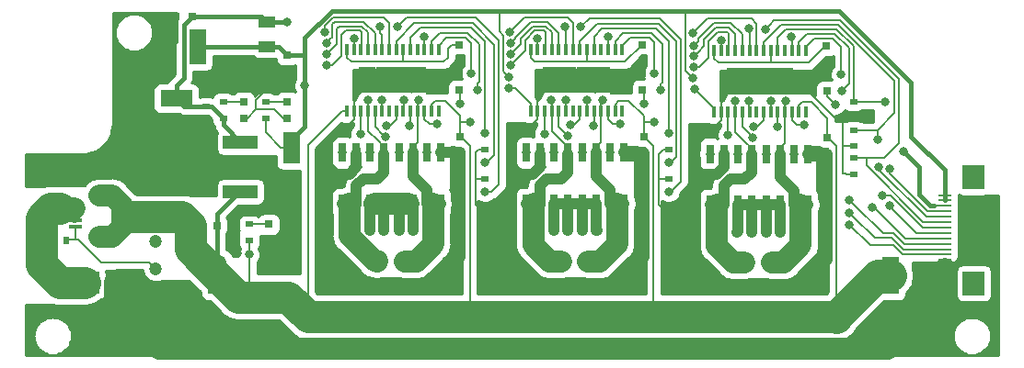
<source format=gtl>
G04 #@! TF.GenerationSoftware,KiCad,Pcbnew,(5.0.0)*
G04 #@! TF.CreationDate,2019-07-10T12:28:10+09:00*
G04 #@! TF.ProjectId,MainCircuit_v2_bottom,4D61696E436972637569745F76325F62,rev?*
G04 #@! TF.SameCoordinates,Original*
G04 #@! TF.FileFunction,Copper,L1,Top,Signal*
G04 #@! TF.FilePolarity,Positive*
%FSLAX46Y46*%
G04 Gerber Fmt 4.6, Leading zero omitted, Abs format (unit mm)*
G04 Created by KiCad (PCBNEW (5.0.0)) date 07/10/19 12:28:10*
%MOMM*%
%LPD*%
G01*
G04 APERTURE LIST*
G04 #@! TA.AperFunction,SMDPad,CuDef*
%ADD10R,0.720000X1.780000*%
G04 #@! TD*
G04 #@! TA.AperFunction,SMDPad,CuDef*
%ADD11R,0.800000X0.500000*%
G04 #@! TD*
G04 #@! TA.AperFunction,ComponentPad*
%ADD12C,1.524000*%
G04 #@! TD*
G04 #@! TA.AperFunction,SMDPad,CuDef*
%ADD13R,3.000000X1.600000*%
G04 #@! TD*
G04 #@! TA.AperFunction,ComponentPad*
%ADD14C,1.200000*%
G04 #@! TD*
G04 #@! TA.AperFunction,SMDPad,CuDef*
%ADD15R,0.330000X1.200000*%
G04 #@! TD*
G04 #@! TA.AperFunction,SMDPad,CuDef*
%ADD16R,1.200000X0.330000*%
G04 #@! TD*
G04 #@! TA.AperFunction,SMDPad,CuDef*
%ADD17R,1.300000X0.330000*%
G04 #@! TD*
G04 #@! TA.AperFunction,SMDPad,CuDef*
%ADD18R,0.800000X0.800000*%
G04 #@! TD*
G04 #@! TA.AperFunction,SMDPad,CuDef*
%ADD19R,1.600000X3.500000*%
G04 #@! TD*
G04 #@! TA.AperFunction,SMDPad,CuDef*
%ADD20R,0.700000X0.800000*%
G04 #@! TD*
G04 #@! TA.AperFunction,SMDPad,CuDef*
%ADD21R,2.734000X2.159000*%
G04 #@! TD*
G04 #@! TA.AperFunction,ComponentPad*
%ADD22R,2.000000X2.000000*%
G04 #@! TD*
G04 #@! TA.AperFunction,ComponentPad*
%ADD23C,2.000000*%
G04 #@! TD*
G04 #@! TA.AperFunction,SMDPad,CuDef*
%ADD24R,0.800000X0.700000*%
G04 #@! TD*
G04 #@! TA.AperFunction,SMDPad,CuDef*
%ADD25R,0.400000X1.100000*%
G04 #@! TD*
G04 #@! TA.AperFunction,SMDPad,CuDef*
%ADD26R,1.542500X1.200000*%
G04 #@! TD*
G04 #@! TA.AperFunction,SMDPad,CuDef*
%ADD27R,7.000000X5.500000*%
G04 #@! TD*
G04 #@! TA.AperFunction,SMDPad,CuDef*
%ADD28R,3.200000X1.200000*%
G04 #@! TD*
G04 #@! TA.AperFunction,SMDPad,CuDef*
%ADD29R,0.700000X0.500000*%
G04 #@! TD*
G04 #@! TA.AperFunction,SMDPad,CuDef*
%ADD30R,1.600000X3.000000*%
G04 #@! TD*
G04 #@! TA.AperFunction,SMDPad,CuDef*
%ADD31R,0.500000X0.800000*%
G04 #@! TD*
G04 #@! TA.AperFunction,SMDPad,CuDef*
%ADD32R,1.500000X1.000000*%
G04 #@! TD*
G04 #@! TA.AperFunction,SMDPad,CuDef*
%ADD33R,1.500000X3.300000*%
G04 #@! TD*
G04 #@! TA.AperFunction,SMDPad,CuDef*
%ADD34R,2.000000X1.200000*%
G04 #@! TD*
G04 #@! TA.AperFunction,SMDPad,CuDef*
%ADD35R,2.000000X2.200000*%
G04 #@! TD*
G04 #@! TA.AperFunction,SMDPad,CuDef*
%ADD36R,1.250000X0.230000*%
G04 #@! TD*
G04 #@! TA.AperFunction,SMDPad,CuDef*
%ADD37R,2.000000X1.800000*%
G04 #@! TD*
G04 #@! TA.AperFunction,ViaPad*
%ADD38C,0.800000*%
G04 #@! TD*
G04 #@! TA.AperFunction,Conductor*
%ADD39C,0.210000*%
G04 #@! TD*
G04 #@! TA.AperFunction,Conductor*
%ADD40C,1.000000*%
G04 #@! TD*
G04 #@! TA.AperFunction,Conductor*
%ADD41C,2.000000*%
G04 #@! TD*
G04 #@! TA.AperFunction,Conductor*
%ADD42C,0.400000*%
G04 #@! TD*
G04 #@! TA.AperFunction,Conductor*
%ADD43C,3.000000*%
G04 #@! TD*
G04 #@! TA.AperFunction,Conductor*
%ADD44C,0.254000*%
G04 #@! TD*
G04 APERTURE END LIST*
D10*
G04 #@! TO.P,FET2,7*
G04 #@! TO.N,+BATT*
X136680000Y-96330000D03*
G04 #@! TO.P,FET2,6*
G04 #@! TO.N,Net-(C10-Pad1)*
X135410000Y-96330000D03*
G04 #@! TO.P,FET2,5*
X134140000Y-96330000D03*
G04 #@! TO.P,FET2,8*
G04 #@! TO.N,+BATT*
X137950000Y-96330000D03*
G04 #@! TO.P,FET2,4*
G04 #@! TO.N,Net-(FET2-Pad4)*
X134140000Y-91650000D03*
G04 #@! TO.P,FET2,3*
G04 #@! TO.N,GND*
X135410000Y-91650000D03*
G04 #@! TO.P,FET2,2*
G04 #@! TO.N,Net-(FET2-Pad2)*
X136680000Y-91650000D03*
G04 #@! TO.P,FET2,1*
G04 #@! TO.N,Net-(C10-Pad1)*
X137950000Y-91650000D03*
G04 #@! TD*
D11*
G04 #@! TO.P,R12,2*
G04 #@! TO.N,GND*
X181150000Y-93650000D03*
G04 #@! TO.P,R12,1*
G04 #@! TO.N,PWM_MAXON1_B*
X181150000Y-92150000D03*
G04 #@! TD*
G04 #@! TO.P,R15,2*
G04 #@! TO.N,GND*
X164150000Y-94050000D03*
G04 #@! TO.P,R15,1*
G04 #@! TO.N,SR_MAXON2_B*
X164150000Y-92550000D03*
G04 #@! TD*
D12*
G04 #@! TO.P,J3,2*
G04 #@! TO.N,Net-(C25-Pad1)*
X154250000Y-101650000D03*
G04 #@! TO.P,J3,1*
G04 #@! TO.N,Net-(C24-Pad1)*
X156750000Y-101650000D03*
G04 #@! TD*
D13*
G04 #@! TO.P,C42,2*
G04 #@! TO.N,GND*
X114450000Y-86650000D03*
G04 #@! TO.P,C42,1*
G04 #@! TO.N,+5V*
X118850000Y-86650000D03*
G04 #@! TD*
D11*
G04 #@! TO.P,R32,2*
G04 #@! TO.N,Net-(D2-Pad2)*
X123150000Y-86950000D03*
G04 #@! TO.P,R32,1*
G04 #@! TO.N,+5V*
X123150000Y-88450000D03*
G04 #@! TD*
D14*
G04 #@! TO.P,SW2,3*
G04 #@! TO.N,GND*
X116950000Y-104850000D03*
G04 #@! TO.P,SW2,2*
G04 #@! TO.N,Net-(Q1-Pad2)*
X116950000Y-102350000D03*
G04 #@! TO.P,SW2,1*
G04 #@! TO.N,Net-(SW2-Pad1)*
X116950000Y-99850000D03*
G04 #@! TD*
D15*
G04 #@! TO.P,Q1,3*
G04 #@! TO.N,+BATT*
X111750000Y-99400000D03*
X111750000Y-95600000D03*
D16*
X113850000Y-96500000D03*
X113850000Y-97200000D03*
X113850000Y-97850000D03*
X113850000Y-98500000D03*
D17*
G04 #@! TO.P,Q1,2*
G04 #@! TO.N,Net-(Q1-Pad2)*
X109550000Y-98500000D03*
G04 #@! TO.P,Q1,1*
G04 #@! TO.N,Net-(J6-Pad1)*
X109550000Y-97850000D03*
X109550000Y-97200000D03*
X109550000Y-96550000D03*
G04 #@! TD*
D18*
G04 #@! TO.P,D2,2*
G04 #@! TO.N,Net-(D2-Pad2)*
X125050000Y-86950000D03*
G04 #@! TO.P,D2,1*
G04 #@! TO.N,GND*
X125050000Y-88450000D03*
G04 #@! TD*
D11*
G04 #@! TO.P,R31,2*
G04 #@! TO.N,Net-(D1-Pad2)*
X125550000Y-98250000D03*
G04 #@! TO.P,R31,1*
G04 #@! TO.N,+BATT*
X125550000Y-99750000D03*
G04 #@! TD*
D19*
G04 #@! TO.P,C38,1*
G04 #@! TO.N,+BATT*
X122550000Y-102950000D03*
G04 #@! TO.P,C38,2*
G04 #@! TO.N,GND*
X122550000Y-108350000D03*
G04 #@! TD*
D20*
G04 #@! TO.P,C40,1*
G04 #@! TO.N,+BATT*
X122575000Y-98350000D03*
G04 #@! TO.P,C40,2*
G04 #@! TO.N,GND*
X124075000Y-98350000D03*
G04 #@! TD*
D18*
G04 #@! TO.P,D1,2*
G04 #@! TO.N,Net-(D1-Pad2)*
X127350000Y-98250000D03*
G04 #@! TO.P,D1,1*
G04 #@! TO.N,GND*
X127350000Y-99750000D03*
G04 #@! TD*
D21*
G04 #@! TO.P,D6,2*
G04 #@! TO.N,GND*
X127950000Y-109370000D03*
G04 #@! TO.P,D6,1*
G04 #@! TO.N,+BATT*
X127950000Y-104950000D03*
G04 #@! TD*
D22*
G04 #@! TO.P,J6,1*
G04 #@! TO.N,Net-(J6-Pad1)*
X110700000Y-103600000D03*
D23*
G04 #@! TO.P,J6,2*
G04 #@! TO.N,GND*
X113200000Y-103600000D03*
G04 #@! TD*
D24*
G04 #@! TO.P,C18,1*
G04 #@! TO.N,Net-(C18-Pad1)*
X178700000Y-85925000D03*
G04 #@! TO.P,C18,2*
G04 #@! TO.N,GND*
X178700000Y-84425000D03*
G04 #@! TD*
G04 #@! TO.P,C20,1*
G04 #@! TO.N,+BATT*
X178750000Y-90275000D03*
G04 #@! TO.P,C20,2*
G04 #@! TO.N,GND*
X178750000Y-91775000D03*
G04 #@! TD*
G04 #@! TO.P,C23,1*
G04 #@! TO.N,+BATT*
X161850000Y-90175000D03*
G04 #@! TO.P,C23,2*
G04 #@! TO.N,GND*
X161850000Y-91675000D03*
G04 #@! TD*
D25*
G04 #@! TO.P,IC1,1*
G04 #@! TO.N,+BATT*
X134525000Y-87800000D03*
G04 #@! TO.P,IC1,2*
G04 #@! TO.N,GND*
X135175000Y-87800000D03*
G04 #@! TO.P,IC1,3*
G04 #@! TO.N,Net-(IC1-Pad3)*
X135825000Y-87800000D03*
G04 #@! TO.P,IC1,4*
G04 #@! TO.N,Net-(C10-Pad1)*
X136475000Y-87800000D03*
G04 #@! TO.P,IC1,5*
G04 #@! TO.N,Net-(IC1-Pad5)*
X137125000Y-87800000D03*
G04 #@! TO.P,IC1,6*
G04 #@! TO.N,Net-(C10-Pad2)*
X137775000Y-87800000D03*
G04 #@! TO.P,IC1,7*
G04 #@! TO.N,Net-(IC1-Pad7)*
X138425000Y-87800000D03*
G04 #@! TO.P,IC1,8*
G04 #@! TO.N,Net-(C7-Pad1)*
X139075000Y-87800000D03*
G04 #@! TO.P,IC1,9*
G04 #@! TO.N,Net-(C9-Pad2)*
X139725000Y-87800000D03*
G04 #@! TO.P,IC1,10*
G04 #@! TO.N,Net-(IC1-Pad10)*
X140375000Y-87800000D03*
G04 #@! TO.P,IC1,11*
G04 #@! TO.N,Net-(C9-Pad1)*
X141025000Y-87800000D03*
G04 #@! TO.P,IC1,12*
G04 #@! TO.N,Net-(IC1-Pad12)*
X141675000Y-87800000D03*
G04 #@! TO.P,IC1,13*
G04 #@! TO.N,+BATT*
X142325000Y-87800000D03*
G04 #@! TO.P,IC1,14*
G04 #@! TO.N,Net-(IC1-Pad14)*
X142975000Y-87800000D03*
G04 #@! TO.P,IC1,15*
G04 #@! TO.N,Net-(C6-Pad1)*
X142975000Y-82100000D03*
G04 #@! TO.P,IC1,16*
G04 #@! TO.N,Net-(C6-Pad2)*
X142325000Y-82100000D03*
G04 #@! TO.P,IC1,17*
G04 #@! TO.N,GND*
X141675000Y-82100000D03*
G04 #@! TO.P,IC1,18*
G04 #@! TO.N,Net-(IC1-Pad18)*
X141025000Y-82100000D03*
G04 #@! TO.P,IC1,19*
G04 #@! TO.N,DIR_VCM_B*
X140375000Y-82100000D03*
G04 #@! TO.P,IC1,20*
G04 #@! TO.N,Net-(C5-Pad1)*
X139725000Y-82100000D03*
G04 #@! TO.P,IC1,21*
G04 #@! TO.N,SR_VCM_B*
X139075000Y-82100000D03*
G04 #@! TO.P,IC1,22*
G04 #@! TO.N,Net-(IC1-Pad22)*
X138425000Y-82100000D03*
G04 #@! TO.P,IC1,23*
G04 #@! TO.N,PWM_VCM_B*
X137775000Y-82100000D03*
G04 #@! TO.P,IC1,24*
G04 #@! TO.N,Net-(IC1-Pad24)*
X137125000Y-82100000D03*
G04 #@! TO.P,IC1,25*
G04 #@! TO.N,Net-(IC1-Pad25)*
X136475000Y-82100000D03*
G04 #@! TO.P,IC1,26*
G04 #@! TO.N,Net-(IC1-Pad26)*
X135825000Y-82100000D03*
G04 #@! TO.P,IC1,27*
G04 #@! TO.N,Net-(IC1-Pad27)*
X135175000Y-82100000D03*
G04 #@! TO.P,IC1,28*
G04 #@! TO.N,Net-(C5-Pad1)*
X134525000Y-82100000D03*
D26*
G04 #@! TO.P,IC1,29*
G04 #@! TO.N,GND*
X141063750Y-84350000D03*
X139521250Y-84350000D03*
X137978750Y-84350000D03*
X136436250Y-84350000D03*
X141063750Y-85550000D03*
X139521250Y-85550000D03*
X137978750Y-85550000D03*
X136436250Y-85550000D03*
G04 #@! TD*
D10*
G04 #@! TO.P,FET1,7*
G04 #@! TO.N,Net-(C9-Pad1)*
X141880000Y-96330000D03*
G04 #@! TO.P,FET1,6*
G04 #@! TO.N,+BATT*
X140610000Y-96330000D03*
G04 #@! TO.P,FET1,5*
X139340000Y-96330000D03*
G04 #@! TO.P,FET1,8*
G04 #@! TO.N,Net-(C9-Pad1)*
X143150000Y-96330000D03*
G04 #@! TO.P,FET1,4*
G04 #@! TO.N,Net-(FET1-Pad4)*
X139340000Y-91650000D03*
G04 #@! TO.P,FET1,3*
G04 #@! TO.N,Net-(C9-Pad1)*
X140610000Y-91650000D03*
G04 #@! TO.P,FET1,2*
G04 #@! TO.N,Net-(FET1-Pad2)*
X141880000Y-91650000D03*
G04 #@! TO.P,FET1,1*
G04 #@! TO.N,GND*
X143150000Y-91650000D03*
G04 #@! TD*
D24*
G04 #@! TO.P,C14,1*
G04 #@! TO.N,Net-(C14-Pad1)*
X178650000Y-81775000D03*
G04 #@! TO.P,C14,2*
G04 #@! TO.N,GND*
X178650000Y-83275000D03*
G04 #@! TD*
D11*
G04 #@! TO.P,R6,2*
G04 #@! TO.N,GND*
X147250000Y-91350000D03*
G04 #@! TO.P,R6,1*
G04 #@! TO.N,DIR_VCM_B*
X147250000Y-89850000D03*
G04 #@! TD*
D20*
G04 #@! TO.P,C43,1*
G04 #@! TO.N,+5V*
X120325000Y-79050000D03*
G04 #@! TO.P,C43,2*
G04 #@! TO.N,GND*
X118825000Y-79050000D03*
G04 #@! TD*
D27*
G04 #@! TO.P,U3,2*
G04 #@! TO.N,GND*
X118630000Y-92970000D03*
D28*
G04 #@! TO.P,U3,3*
G04 #@! TO.N,+5V*
X124750000Y-90690000D03*
G04 #@! TO.P,U3,1*
G04 #@! TO.N,+BATT*
X124750000Y-95250000D03*
G04 #@! TD*
D29*
G04 #@! TO.P,C41,2*
G04 #@! TO.N,GND*
X121550000Y-88450000D03*
G04 #@! TO.P,C41,1*
G04 #@! TO.N,+5V*
X121550000Y-87350000D03*
G04 #@! TD*
D24*
G04 #@! TO.P,C44,1*
G04 #@! TO.N,+3V3*
X129050000Y-82675000D03*
G04 #@! TO.P,C44,2*
G04 #@! TO.N,GND*
X129050000Y-84175000D03*
G04 #@! TD*
D30*
G04 #@! TO.P,C45,1*
G04 #@! TO.N,+3V3*
X129450000Y-91150000D03*
G04 #@! TO.P,C45,2*
G04 #@! TO.N,GND*
X129450000Y-95550000D03*
G04 #@! TD*
D18*
G04 #@! TO.P,D3,2*
G04 #@! TO.N,Net-(D3-Pad2)*
X129050000Y-86950000D03*
G04 #@! TO.P,D3,1*
G04 #@! TO.N,GND*
X129050000Y-88450000D03*
G04 #@! TD*
D31*
G04 #@! TO.P,R30,2*
G04 #@! TO.N,Net-(Q1-Pad2)*
X108700000Y-99700000D03*
G04 #@! TO.P,R30,1*
G04 #@! TO.N,Net-(J6-Pad1)*
X107200000Y-99700000D03*
G04 #@! TD*
D11*
G04 #@! TO.P,R33,2*
G04 #@! TO.N,Net-(D3-Pad2)*
X127050000Y-86950000D03*
G04 #@! TO.P,R33,1*
G04 #@! TO.N,+3V3*
X127050000Y-88450000D03*
G04 #@! TD*
D32*
G04 #@! TO.P,U4,1*
G04 #@! TO.N,GND*
X127150000Y-84150000D03*
G04 #@! TO.P,U4,3*
G04 #@! TO.N,+5V*
X127150000Y-79550000D03*
G04 #@! TO.P,U4,2*
G04 #@! TO.N,+3V3*
X127150000Y-81850000D03*
D33*
X120850000Y-81850000D03*
G04 #@! TD*
D24*
G04 #@! TO.P,C5,1*
G04 #@! TO.N,Net-(C5-Pad1)*
X144850000Y-81675000D03*
G04 #@! TO.P,C5,2*
G04 #@! TO.N,GND*
X144850000Y-83175000D03*
G04 #@! TD*
G04 #@! TO.P,C7,2*
G04 #@! TO.N,GND*
X144850000Y-84325000D03*
G04 #@! TO.P,C7,1*
G04 #@! TO.N,Net-(C7-Pad1)*
X144850000Y-85825000D03*
G04 #@! TD*
G04 #@! TO.P,C8,1*
G04 #@! TO.N,+BATT*
X144950000Y-90175000D03*
G04 #@! TO.P,C8,2*
G04 #@! TO.N,GND*
X144950000Y-91675000D03*
G04 #@! TD*
D34*
G04 #@! TO.P,C11,2*
G04 #@! TO.N,GND*
X136150000Y-109750000D03*
G04 #@! TO.P,C11,1*
G04 #@! TO.N,+BATT*
X136150000Y-106150000D03*
G04 #@! TD*
G04 #@! TO.P,C12,1*
G04 #@! TO.N,+BATT*
X141050000Y-106150000D03*
G04 #@! TO.P,C12,2*
G04 #@! TO.N,GND*
X141050000Y-109750000D03*
G04 #@! TD*
D19*
G04 #@! TO.P,C13,2*
G04 #@! TO.N,GND*
X184550000Y-108350000D03*
G04 #@! TO.P,C13,1*
G04 #@! TO.N,+BATT*
X184550000Y-102950000D03*
G04 #@! TD*
D24*
G04 #@! TO.P,C15,2*
G04 #@! TO.N,GND*
X161750000Y-83175000D03*
G04 #@! TO.P,C15,1*
G04 #@! TO.N,Net-(C15-Pad1)*
X161750000Y-81675000D03*
G04 #@! TD*
G04 #@! TO.P,C19,1*
G04 #@! TO.N,Net-(C19-Pad1)*
X161750000Y-85825000D03*
G04 #@! TO.P,C19,2*
G04 #@! TO.N,GND*
X161750000Y-84325000D03*
G04 #@! TD*
D34*
G04 #@! TO.P,C26,1*
G04 #@! TO.N,+BATT*
X174850000Y-106250000D03*
G04 #@! TO.P,C26,2*
G04 #@! TO.N,GND*
X174850000Y-109850000D03*
G04 #@! TD*
G04 #@! TO.P,C27,1*
G04 #@! TO.N,+BATT*
X157950000Y-106150000D03*
G04 #@! TO.P,C27,2*
G04 #@! TO.N,GND*
X157950000Y-109750000D03*
G04 #@! TD*
G04 #@! TO.P,C28,2*
G04 #@! TO.N,GND*
X169950000Y-109850000D03*
G04 #@! TO.P,C28,1*
G04 #@! TO.N,+BATT*
X169950000Y-106250000D03*
G04 #@! TD*
G04 #@! TO.P,C29,2*
G04 #@! TO.N,GND*
X153050000Y-109750000D03*
G04 #@! TO.P,C29,1*
G04 #@! TO.N,+BATT*
X153050000Y-106150000D03*
G04 #@! TD*
D10*
G04 #@! TO.P,FET3,7*
G04 #@! TO.N,Net-(C21-Pad1)*
X175680000Y-96430000D03*
G04 #@! TO.P,FET3,6*
G04 #@! TO.N,+BATT*
X174410000Y-96430000D03*
G04 #@! TO.P,FET3,5*
X173140000Y-96430000D03*
G04 #@! TO.P,FET3,8*
G04 #@! TO.N,Net-(C21-Pad1)*
X176950000Y-96430000D03*
G04 #@! TO.P,FET3,4*
G04 #@! TO.N,Net-(FET3-Pad4)*
X173140000Y-91750000D03*
G04 #@! TO.P,FET3,3*
G04 #@! TO.N,Net-(C21-Pad1)*
X174410000Y-91750000D03*
G04 #@! TO.P,FET3,2*
G04 #@! TO.N,Net-(FET3-Pad2)*
X175680000Y-91750000D03*
G04 #@! TO.P,FET3,1*
G04 #@! TO.N,GND*
X176950000Y-91750000D03*
G04 #@! TD*
G04 #@! TO.P,FET4,1*
G04 #@! TO.N,Net-(C22-Pad1)*
X171750000Y-91750000D03*
G04 #@! TO.P,FET4,2*
G04 #@! TO.N,Net-(FET4-Pad2)*
X170480000Y-91750000D03*
G04 #@! TO.P,FET4,3*
G04 #@! TO.N,GND*
X169210000Y-91750000D03*
G04 #@! TO.P,FET4,4*
G04 #@! TO.N,Net-(FET4-Pad4)*
X167940000Y-91750000D03*
G04 #@! TO.P,FET4,8*
G04 #@! TO.N,+BATT*
X171750000Y-96430000D03*
G04 #@! TO.P,FET4,5*
G04 #@! TO.N,Net-(C22-Pad1)*
X167940000Y-96430000D03*
G04 #@! TO.P,FET4,6*
X169210000Y-96430000D03*
G04 #@! TO.P,FET4,7*
G04 #@! TO.N,+BATT*
X170480000Y-96430000D03*
G04 #@! TD*
G04 #@! TO.P,FET5,1*
G04 #@! TO.N,GND*
X160050000Y-91650000D03*
G04 #@! TO.P,FET5,2*
G04 #@! TO.N,Net-(FET5-Pad2)*
X158780000Y-91650000D03*
G04 #@! TO.P,FET5,3*
G04 #@! TO.N,Net-(C24-Pad1)*
X157510000Y-91650000D03*
G04 #@! TO.P,FET5,4*
G04 #@! TO.N,Net-(FET5-Pad4)*
X156240000Y-91650000D03*
G04 #@! TO.P,FET5,8*
G04 #@! TO.N,Net-(C24-Pad1)*
X160050000Y-96330000D03*
G04 #@! TO.P,FET5,5*
G04 #@! TO.N,+BATT*
X156240000Y-96330000D03*
G04 #@! TO.P,FET5,6*
X157510000Y-96330000D03*
G04 #@! TO.P,FET5,7*
G04 #@! TO.N,Net-(C24-Pad1)*
X158780000Y-96330000D03*
G04 #@! TD*
G04 #@! TO.P,FET6,7*
G04 #@! TO.N,+BATT*
X153580000Y-96330000D03*
G04 #@! TO.P,FET6,6*
G04 #@! TO.N,Net-(C25-Pad1)*
X152310000Y-96330000D03*
G04 #@! TO.P,FET6,5*
X151040000Y-96330000D03*
G04 #@! TO.P,FET6,8*
G04 #@! TO.N,+BATT*
X154850000Y-96330000D03*
G04 #@! TO.P,FET6,4*
G04 #@! TO.N,Net-(FET6-Pad4)*
X151040000Y-91650000D03*
G04 #@! TO.P,FET6,3*
G04 #@! TO.N,GND*
X152310000Y-91650000D03*
G04 #@! TO.P,FET6,2*
G04 #@! TO.N,Net-(FET6-Pad2)*
X153580000Y-91650000D03*
G04 #@! TO.P,FET6,1*
G04 #@! TO.N,Net-(C25-Pad1)*
X154850000Y-91650000D03*
G04 #@! TD*
D25*
G04 #@! TO.P,IC2,1*
G04 #@! TO.N,+BATT*
X168325000Y-87900000D03*
G04 #@! TO.P,IC2,2*
G04 #@! TO.N,GND*
X168975000Y-87900000D03*
G04 #@! TO.P,IC2,3*
G04 #@! TO.N,Net-(IC2-Pad3)*
X169625000Y-87900000D03*
G04 #@! TO.P,IC2,4*
G04 #@! TO.N,Net-(C22-Pad1)*
X170275000Y-87900000D03*
G04 #@! TO.P,IC2,5*
G04 #@! TO.N,Net-(IC2-Pad5)*
X170925000Y-87900000D03*
G04 #@! TO.P,IC2,6*
G04 #@! TO.N,Net-(C22-Pad2)*
X171575000Y-87900000D03*
G04 #@! TO.P,IC2,7*
G04 #@! TO.N,Net-(IC2-Pad7)*
X172225000Y-87900000D03*
G04 #@! TO.P,IC2,8*
G04 #@! TO.N,Net-(C18-Pad1)*
X172875000Y-87900000D03*
G04 #@! TO.P,IC2,9*
G04 #@! TO.N,Net-(C21-Pad2)*
X173525000Y-87900000D03*
G04 #@! TO.P,IC2,10*
G04 #@! TO.N,Net-(IC2-Pad10)*
X174175000Y-87900000D03*
G04 #@! TO.P,IC2,11*
G04 #@! TO.N,Net-(C21-Pad1)*
X174825000Y-87900000D03*
G04 #@! TO.P,IC2,12*
G04 #@! TO.N,Net-(IC2-Pad12)*
X175475000Y-87900000D03*
G04 #@! TO.P,IC2,13*
G04 #@! TO.N,+BATT*
X176125000Y-87900000D03*
G04 #@! TO.P,IC2,14*
G04 #@! TO.N,Net-(IC2-Pad14)*
X176775000Y-87900000D03*
G04 #@! TO.P,IC2,15*
G04 #@! TO.N,Net-(C16-Pad1)*
X176775000Y-82200000D03*
G04 #@! TO.P,IC2,16*
G04 #@! TO.N,Net-(C16-Pad2)*
X176125000Y-82200000D03*
G04 #@! TO.P,IC2,17*
G04 #@! TO.N,GND*
X175475000Y-82200000D03*
G04 #@! TO.P,IC2,18*
G04 #@! TO.N,Net-(IC2-Pad18)*
X174825000Y-82200000D03*
G04 #@! TO.P,IC2,19*
G04 #@! TO.N,DIR_MAXON1_B*
X174175000Y-82200000D03*
G04 #@! TO.P,IC2,20*
G04 #@! TO.N,Net-(C14-Pad1)*
X173525000Y-82200000D03*
G04 #@! TO.P,IC2,21*
G04 #@! TO.N,SR_MAXON1_B*
X172875000Y-82200000D03*
G04 #@! TO.P,IC2,22*
G04 #@! TO.N,Net-(IC2-Pad22)*
X172225000Y-82200000D03*
G04 #@! TO.P,IC2,23*
G04 #@! TO.N,PWM_MAXON1_B*
X171575000Y-82200000D03*
G04 #@! TO.P,IC2,24*
G04 #@! TO.N,Net-(IC2-Pad24)*
X170925000Y-82200000D03*
G04 #@! TO.P,IC2,25*
G04 #@! TO.N,Net-(IC2-Pad25)*
X170275000Y-82200000D03*
G04 #@! TO.P,IC2,26*
G04 #@! TO.N,Net-(IC2-Pad26)*
X169625000Y-82200000D03*
G04 #@! TO.P,IC2,27*
G04 #@! TO.N,Net-(IC2-Pad27)*
X168975000Y-82200000D03*
G04 #@! TO.P,IC2,28*
G04 #@! TO.N,Net-(C14-Pad1)*
X168325000Y-82200000D03*
D26*
G04 #@! TO.P,IC2,29*
G04 #@! TO.N,GND*
X174863750Y-84450000D03*
X173321250Y-84450000D03*
X171778750Y-84450000D03*
X170236250Y-84450000D03*
X174863750Y-85650000D03*
X173321250Y-85650000D03*
X171778750Y-85650000D03*
X170236250Y-85650000D03*
G04 #@! TD*
G04 #@! TO.P,IC3,29*
G04 #@! TO.N,GND*
X153336250Y-85550000D03*
X154878750Y-85550000D03*
X156421250Y-85550000D03*
X157963750Y-85550000D03*
X153336250Y-84350000D03*
X154878750Y-84350000D03*
X156421250Y-84350000D03*
X157963750Y-84350000D03*
D25*
G04 #@! TO.P,IC3,28*
G04 #@! TO.N,Net-(C15-Pad1)*
X151425000Y-82100000D03*
G04 #@! TO.P,IC3,27*
G04 #@! TO.N,Net-(IC3-Pad27)*
X152075000Y-82100000D03*
G04 #@! TO.P,IC3,26*
G04 #@! TO.N,Net-(IC3-Pad26)*
X152725000Y-82100000D03*
G04 #@! TO.P,IC3,25*
G04 #@! TO.N,Net-(IC3-Pad25)*
X153375000Y-82100000D03*
G04 #@! TO.P,IC3,24*
G04 #@! TO.N,Net-(IC3-Pad24)*
X154025000Y-82100000D03*
G04 #@! TO.P,IC3,23*
G04 #@! TO.N,PWM_MAXON2_B*
X154675000Y-82100000D03*
G04 #@! TO.P,IC3,22*
G04 #@! TO.N,Net-(IC3-Pad22)*
X155325000Y-82100000D03*
G04 #@! TO.P,IC3,21*
G04 #@! TO.N,SR_MAXON2_B*
X155975000Y-82100000D03*
G04 #@! TO.P,IC3,20*
G04 #@! TO.N,Net-(C15-Pad1)*
X156625000Y-82100000D03*
G04 #@! TO.P,IC3,19*
G04 #@! TO.N,DIR_MAXON2_B*
X157275000Y-82100000D03*
G04 #@! TO.P,IC3,18*
G04 #@! TO.N,Net-(IC3-Pad18)*
X157925000Y-82100000D03*
G04 #@! TO.P,IC3,17*
G04 #@! TO.N,GND*
X158575000Y-82100000D03*
G04 #@! TO.P,IC3,16*
G04 #@! TO.N,Net-(C17-Pad2)*
X159225000Y-82100000D03*
G04 #@! TO.P,IC3,15*
G04 #@! TO.N,Net-(C17-Pad1)*
X159875000Y-82100000D03*
G04 #@! TO.P,IC3,14*
G04 #@! TO.N,Net-(IC3-Pad14)*
X159875000Y-87800000D03*
G04 #@! TO.P,IC3,13*
G04 #@! TO.N,+BATT*
X159225000Y-87800000D03*
G04 #@! TO.P,IC3,12*
G04 #@! TO.N,Net-(IC3-Pad12)*
X158575000Y-87800000D03*
G04 #@! TO.P,IC3,11*
G04 #@! TO.N,Net-(C24-Pad1)*
X157925000Y-87800000D03*
G04 #@! TO.P,IC3,10*
G04 #@! TO.N,Net-(IC3-Pad10)*
X157275000Y-87800000D03*
G04 #@! TO.P,IC3,9*
G04 #@! TO.N,Net-(C24-Pad2)*
X156625000Y-87800000D03*
G04 #@! TO.P,IC3,8*
G04 #@! TO.N,Net-(C19-Pad1)*
X155975000Y-87800000D03*
G04 #@! TO.P,IC3,7*
G04 #@! TO.N,Net-(IC3-Pad7)*
X155325000Y-87800000D03*
G04 #@! TO.P,IC3,6*
G04 #@! TO.N,Net-(C25-Pad2)*
X154675000Y-87800000D03*
G04 #@! TO.P,IC3,5*
G04 #@! TO.N,Net-(IC3-Pad5)*
X154025000Y-87800000D03*
G04 #@! TO.P,IC3,4*
G04 #@! TO.N,Net-(C25-Pad1)*
X153375000Y-87800000D03*
G04 #@! TO.P,IC3,3*
G04 #@! TO.N,Net-(IC3-Pad3)*
X152725000Y-87800000D03*
G04 #@! TO.P,IC3,2*
G04 #@! TO.N,GND*
X152075000Y-87800000D03*
G04 #@! TO.P,IC3,1*
G04 #@! TO.N,+BATT*
X151425000Y-87800000D03*
G04 #@! TD*
D12*
G04 #@! TO.P,J1,2*
G04 #@! TO.N,Net-(C10-Pad1)*
X137350000Y-101650000D03*
G04 #@! TO.P,J1,1*
G04 #@! TO.N,Net-(C9-Pad1)*
X139850000Y-101650000D03*
G04 #@! TD*
G04 #@! TO.P,J2,1*
G04 #@! TO.N,Net-(C21-Pad1)*
X173650000Y-101750000D03*
G04 #@! TO.P,J2,2*
G04 #@! TO.N,Net-(C22-Pad1)*
X171150000Y-101750000D03*
G04 #@! TD*
D35*
G04 #@! TO.P,J14,*
G04 #@! TO.N,*
X192225000Y-93900000D03*
X192225000Y-103700000D03*
D36*
G04 #@! TO.P,J14,1*
G04 #@! TO.N,+3V3*
X189550000Y-95550000D03*
D37*
G04 #@! TO.P,J14,*
G04 #@! TO.N,*
X192225000Y-103700000D03*
X192225000Y-93900000D03*
D36*
G04 #@! TO.P,J14,2*
G04 #@! TO.N,+3V3*
X189550000Y-96050000D03*
G04 #@! TO.P,J14,3*
G04 #@! TO.N,+5V*
X189550000Y-96550000D03*
G04 #@! TO.P,J14,4*
G04 #@! TO.N,DIR_MAXON1_B*
X189550000Y-97050000D03*
G04 #@! TO.P,J14,5*
G04 #@! TO.N,SR_MAXON1_B*
X189550000Y-97550000D03*
G04 #@! TO.P,J14,6*
G04 #@! TO.N,PWM_MAXON1_B*
X189550000Y-98050000D03*
G04 #@! TO.P,J14,7*
G04 #@! TO.N,DIR_MAXON2_B*
X189550000Y-98550000D03*
G04 #@! TO.P,J14,8*
G04 #@! TO.N,SR_MAXON2_B*
X189550000Y-99050000D03*
G04 #@! TO.P,J14,9*
G04 #@! TO.N,PWM_MAXON2_B*
X189550000Y-99550000D03*
G04 #@! TO.P,J14,10*
G04 #@! TO.N,DIR_VCM_B*
X189550000Y-100050000D03*
G04 #@! TO.P,J14,11*
G04 #@! TO.N,SR_VCM_B*
X189550000Y-100550000D03*
G04 #@! TO.P,J14,12*
G04 #@! TO.N,PWM_VCM_B*
X189550000Y-101050000D03*
G04 #@! TO.P,J14,13*
G04 #@! TO.N,GND*
X189550000Y-101550000D03*
G04 #@! TO.P,J14,14*
X189550000Y-102050000D03*
G04 #@! TD*
D11*
G04 #@! TO.P,R4,2*
G04 #@! TO.N,GND*
X147250000Y-96750000D03*
G04 #@! TO.P,R4,1*
G04 #@! TO.N,PWM_VCM_B*
X147250000Y-95250000D03*
G04 #@! TD*
G04 #@! TO.P,R5,1*
G04 #@! TO.N,SR_VCM_B*
X147250000Y-92550000D03*
G04 #@! TO.P,R5,2*
G04 #@! TO.N,GND*
X147250000Y-94050000D03*
G04 #@! TD*
G04 #@! TO.P,R13,1*
G04 #@! TO.N,PWM_MAXON2_B*
X164150000Y-95250000D03*
G04 #@! TO.P,R13,2*
G04 #@! TO.N,GND*
X164150000Y-96750000D03*
G04 #@! TD*
G04 #@! TO.P,R14,1*
G04 #@! TO.N,SR_MAXON1_B*
X181150000Y-89550000D03*
G04 #@! TO.P,R14,2*
G04 #@! TO.N,GND*
X181150000Y-91050000D03*
G04 #@! TD*
G04 #@! TO.P,R16,1*
G04 #@! TO.N,DIR_MAXON1_B*
X181150000Y-86950000D03*
G04 #@! TO.P,R16,2*
G04 #@! TO.N,GND*
X181150000Y-88450000D03*
G04 #@! TD*
G04 #@! TO.P,R17,2*
G04 #@! TO.N,GND*
X164150000Y-91350000D03*
G04 #@! TO.P,R17,1*
G04 #@! TO.N,DIR_MAXON2_B*
X164150000Y-89850000D03*
G04 #@! TD*
D38*
G04 #@! TO.N,+BATT*
X170600000Y-106700000D03*
X173600000Y-106700000D03*
X172600000Y-106700000D03*
X171600000Y-106700000D03*
X153700000Y-106800000D03*
X156700000Y-106800000D03*
X155700000Y-106800000D03*
X154700000Y-106800000D03*
G04 #@! TO.N,GND*
X132750000Y-103150000D03*
X139250000Y-104250000D03*
X132750000Y-102250000D03*
X137250000Y-104250000D03*
X132750000Y-104050000D03*
X132750000Y-90949996D03*
X138250004Y-104250000D03*
X132750000Y-101350000D03*
X156150000Y-104250000D03*
X157150000Y-104250000D03*
X155150004Y-104250000D03*
X154150000Y-104250000D03*
X149650000Y-103150000D03*
X149650000Y-90949996D03*
X149650000Y-102250000D03*
X175450000Y-80975032D03*
X124450000Y-109250000D03*
X124450000Y-100950000D03*
X118630000Y-92970000D03*
X127150000Y-85750000D03*
X174050000Y-104250000D03*
X171050000Y-104250000D03*
X172050004Y-104250000D03*
X173050000Y-104250000D03*
X166550000Y-102250000D03*
X166550000Y-101350000D03*
X166550000Y-90949996D03*
X158550000Y-80904987D03*
X106600000Y-93500000D03*
X182700000Y-88200000D03*
X121800000Y-85100000D03*
X117700000Y-80900000D03*
X114450000Y-86650000D03*
X129200000Y-101400000D03*
X115450000Y-109250000D03*
X105900000Y-106000000D03*
X187400000Y-103300000D03*
X192800000Y-97800000D03*
X177900000Y-91775000D03*
X140250000Y-104250000D03*
X144500000Y-101100000D03*
X161900000Y-99400000D03*
X186800000Y-109500000D03*
X166600000Y-103900000D03*
X166600000Y-103100000D03*
X141650000Y-80904987D03*
X144850000Y-83175000D03*
X161699998Y-83100000D03*
X178700002Y-83200000D03*
X163700000Y-109700000D03*
X162400000Y-109699994D03*
X161300000Y-109700000D03*
X160100000Y-109700000D03*
X174100000Y-109800000D03*
X173000000Y-109800000D03*
X171800000Y-109800000D03*
X170600000Y-109800000D03*
X157200000Y-109700000D03*
X156200000Y-109699998D03*
X155100000Y-109700000D03*
X154000000Y-109700000D03*
X129700000Y-109900000D03*
X128699994Y-109900000D03*
X127699998Y-109900000D03*
X126600000Y-109900000D03*
X140300000Y-109800000D03*
X139200000Y-109800000D03*
X138100000Y-109800000D03*
X137000000Y-109800000D03*
X146600000Y-109900000D03*
X149650000Y-101350000D03*
X149650000Y-104050000D03*
X145500000Y-109900000D03*
X143200000Y-109900000D03*
X144300000Y-109900000D03*
G04 #@! TO.N,+3V3*
X166350000Y-84750000D03*
X149450000Y-84650010D03*
X130650000Y-85450000D03*
G04 #@! TO.N,Net-(C7-Pad1)*
X144950000Y-87150000D03*
X138150000Y-89150000D03*
G04 #@! TO.N,Net-(C16-Pad1)*
X180034979Y-84450000D03*
G04 #@! TO.N,Net-(C16-Pad2)*
X180050000Y-85950000D03*
G04 #@! TO.N,Net-(C17-Pad2)*
X163444990Y-85850000D03*
G04 #@! TO.N,Net-(C17-Pad1)*
X162800000Y-84350000D03*
G04 #@! TO.N,Net-(C18-Pad1)*
X171950000Y-89250000D03*
X179450000Y-87200000D03*
G04 #@! TO.N,Net-(C19-Pad1)*
X161850000Y-87150000D03*
X155066933Y-89073801D03*
G04 #@! TO.N,Net-(C21-Pad1)*
X174943318Y-86850012D03*
G04 #@! TO.N,+BATT*
X140650000Y-98850000D03*
X136650000Y-98850000D03*
X137950000Y-98850000D03*
X139350000Y-98850000D03*
X154850000Y-98850000D03*
X157550000Y-98850000D03*
X156250000Y-98850000D03*
X153550000Y-98850000D03*
X170450000Y-98950000D03*
X171750000Y-98950000D03*
X173150000Y-98950000D03*
X174450000Y-98950000D03*
X125550000Y-101050000D03*
X162850000Y-88850008D03*
X166494988Y-85750000D03*
X149400000Y-85700000D03*
X145900000Y-88850010D03*
X139700000Y-106800000D03*
X138700000Y-106800000D03*
X137700000Y-106800000D03*
X136700000Y-106800000D03*
G04 #@! TO.N,Net-(C24-Pad2)*
X156650000Y-86750000D03*
G04 #@! TO.N,+5V*
X129050000Y-79550000D03*
X185750000Y-91550000D03*
G04 #@! TO.N,Net-(FET1-Pad4)*
X139340000Y-91650000D03*
G04 #@! TO.N,Net-(FET1-Pad2)*
X141880000Y-91650000D03*
G04 #@! TO.N,Net-(FET2-Pad2)*
X136680000Y-91650000D03*
G04 #@! TO.N,Net-(FET2-Pad4)*
X134140000Y-91650000D03*
G04 #@! TO.N,Net-(FET3-Pad4)*
X173140000Y-91750000D03*
G04 #@! TO.N,Net-(FET3-Pad2)*
X175680000Y-91750000D03*
G04 #@! TO.N,Net-(FET4-Pad2)*
X170480000Y-91750000D03*
G04 #@! TO.N,Net-(FET4-Pad4)*
X167940000Y-91750000D03*
G04 #@! TO.N,Net-(FET5-Pad4)*
X156240000Y-91650000D03*
G04 #@! TO.N,Net-(FET5-Pad2)*
X158780000Y-91650000D03*
G04 #@! TO.N,Net-(FET6-Pad2)*
X153580000Y-91650000D03*
G04 #@! TO.N,Net-(FET6-Pad4)*
X151040000Y-91650000D03*
G04 #@! TO.N,Net-(IC1-Pad3)*
X135816059Y-89896671D03*
G04 #@! TO.N,Net-(IC1-Pad5)*
X138108896Y-90149167D03*
G04 #@! TO.N,Net-(IC1-Pad10)*
X140319990Y-89150000D03*
G04 #@! TO.N,Net-(IC1-Pad12)*
X142800000Y-89000012D03*
G04 #@! TO.N,Net-(IC1-Pad22)*
X132494967Y-80491266D03*
G04 #@! TO.N,Net-(IC1-Pad24)*
X132649778Y-81553444D03*
G04 #@! TO.N,Net-(IC1-Pad25)*
X132652086Y-82553453D03*
G04 #@! TO.N,Net-(IC1-Pad26)*
X132630484Y-83553232D03*
G04 #@! TO.N,Net-(IC1-Pad27)*
X135175006Y-81153124D03*
G04 #@! TO.N,Net-(IC2-Pad27)*
X168975006Y-81253124D03*
G04 #@! TO.N,Net-(IC2-Pad26)*
X166422699Y-83749652D03*
G04 #@! TO.N,Net-(IC2-Pad25)*
X166450000Y-82750013D03*
G04 #@! TO.N,Net-(IC2-Pad24)*
X166450000Y-81750013D03*
G04 #@! TO.N,Net-(IC2-Pad22)*
X166380033Y-80590715D03*
G04 #@! TO.N,Net-(IC2-Pad12)*
X176600000Y-89100012D03*
G04 #@! TO.N,Net-(IC2-Pad10)*
X174119990Y-89250000D03*
G04 #@! TO.N,Net-(IC2-Pad5)*
X171904582Y-90248980D03*
G04 #@! TO.N,Net-(IC2-Pad3)*
X169617545Y-90000541D03*
G04 #@! TO.N,Net-(IC3-Pad27)*
X152075006Y-81153124D03*
G04 #@! TO.N,Net-(IC3-Pad26)*
X149615021Y-83530179D03*
G04 #@! TO.N,Net-(IC3-Pad25)*
X149615021Y-82521496D03*
G04 #@! TO.N,Net-(IC3-Pad24)*
X149615021Y-81507829D03*
G04 #@! TO.N,Net-(IC3-Pad22)*
X149522618Y-80481237D03*
G04 #@! TO.N,Net-(IC3-Pad12)*
X159700000Y-89000012D03*
G04 #@! TO.N,Net-(IC3-Pad10)*
X157219990Y-89150000D03*
G04 #@! TO.N,Net-(IC3-Pad5)*
X154850000Y-90050000D03*
G04 #@! TO.N,Net-(IC3-Pad3)*
X152716059Y-89896671D03*
G04 #@! TO.N,Net-(C24-Pad1)*
X158043318Y-86750012D03*
G04 #@! TO.N,Net-(C6-Pad2)*
X146544990Y-85850000D03*
G04 #@! TO.N,Net-(C6-Pad1)*
X146000000Y-84350000D03*
G04 #@! TO.N,Net-(C9-Pad2)*
X139750000Y-86750000D03*
G04 #@! TO.N,Net-(C9-Pad1)*
X141143318Y-86750012D03*
G04 #@! TO.N,Net-(C10-Pad2)*
X137750000Y-86750002D03*
G04 #@! TO.N,Net-(C21-Pad2)*
X173550000Y-86850000D03*
G04 #@! TO.N,Net-(C22-Pad2)*
X171550000Y-86850002D03*
G04 #@! TO.N,Net-(C25-Pad2)*
X154650000Y-86750002D03*
G04 #@! TO.N,DIR_MAXON1_B*
X184050000Y-86950000D03*
X184496541Y-93154316D03*
G04 #@! TO.N,SR_MAXON1_B*
X183350000Y-90450000D03*
X183510144Y-92989864D03*
G04 #@! TO.N,PWM_MAXON1_B*
X173050000Y-80250000D03*
X171539988Y-80150000D03*
G04 #@! TO.N,PWM_MAXON2_B*
X154639988Y-80050000D03*
X156050000Y-80050000D03*
X164150000Y-95250000D03*
X182900000Y-96700000D03*
G04 #@! TO.N,SR_MAXON2_B*
X164150000Y-92550000D03*
X184450000Y-96550000D03*
G04 #@! TO.N,DIR_MAXON2_B*
X164150000Y-89850000D03*
X183798518Y-95601482D03*
G04 #@! TO.N,DIR_VCM_B*
X147250000Y-89850000D03*
X180800000Y-95999999D03*
G04 #@! TO.N,SR_VCM_B*
X180800000Y-97200000D03*
X147250000Y-92550000D03*
G04 #@! TO.N,PWM_VCM_B*
X180800000Y-98300000D03*
X147250000Y-95250000D03*
X139200000Y-80000000D03*
X137600000Y-80000000D03*
G04 #@! TO.N,Net-(C10-Pad1)*
X136450000Y-86750002D03*
G04 #@! TO.N,Net-(C22-Pad1)*
X170250000Y-86850000D03*
G04 #@! TO.N,Net-(C25-Pad1)*
X153350000Y-86750002D03*
G04 #@! TD*
D39*
G04 #@! TO.N,GND*
X135175000Y-87800000D02*
X135175000Y-86640000D01*
X144850000Y-83175000D02*
X144850000Y-84275000D01*
X144900000Y-84325000D02*
X142850000Y-84325000D01*
X141675000Y-82100000D02*
X141675000Y-80900032D01*
X135175000Y-86640000D02*
X136265000Y-85550000D01*
X142850000Y-84325000D02*
X141088750Y-84325000D01*
D40*
X143150000Y-91650000D02*
X144000000Y-91650000D01*
X135410000Y-92990002D02*
X135410000Y-91750000D01*
X133850000Y-93650000D02*
X134750002Y-93650000D01*
X132750000Y-104050000D02*
X132750000Y-94750000D01*
X134750002Y-93650000D02*
X135410000Y-92990002D01*
X132750000Y-94750000D02*
X133850000Y-93650000D01*
X141950000Y-104250000D02*
X137250000Y-104250000D01*
D39*
X132750000Y-94350000D02*
X132750000Y-91515681D01*
X135175000Y-88560000D02*
X132785004Y-90949996D01*
X135175000Y-87800000D02*
X135175000Y-88560000D01*
X147250000Y-94050000D02*
X146350000Y-94050000D01*
X147860000Y-96750000D02*
X149750000Y-96750000D01*
X147250000Y-96750000D02*
X147860000Y-96750000D01*
X146350000Y-94800000D02*
X146350000Y-94050000D01*
X147250000Y-96750000D02*
X146640000Y-96750000D01*
X146350000Y-96460000D02*
X146350000Y-94800000D01*
X146640000Y-96750000D02*
X146350000Y-96460000D01*
X147100000Y-94050000D02*
X147250000Y-94050000D01*
D40*
X144950000Y-91775000D02*
X144950000Y-101250000D01*
X144950000Y-101250000D02*
X141950000Y-104250000D01*
D39*
X149650000Y-91515681D02*
X149650000Y-90949996D01*
X149650000Y-94350000D02*
X149650000Y-91515681D01*
X161850000Y-91675000D02*
X160075000Y-91675000D01*
X161800000Y-84325000D02*
X159750000Y-84325000D01*
X161750000Y-83175000D02*
X161750000Y-84275000D01*
X158575000Y-82100000D02*
X158575000Y-80900032D01*
X174863750Y-85650000D02*
X174863750Y-84450000D01*
X174863750Y-84450000D02*
X173321250Y-84450000D01*
X173321250Y-84450000D02*
X173321250Y-85650000D01*
X173321250Y-84450000D02*
X171778750Y-84450000D01*
X171778750Y-84450000D02*
X171778750Y-85650000D01*
X171778750Y-84450000D02*
X170236250Y-84450000D01*
X170236250Y-84450000D02*
X170236250Y-85650000D01*
X170065000Y-85650000D02*
X170236250Y-85650000D01*
X168975000Y-86740000D02*
X170065000Y-85650000D01*
X168975000Y-87900000D02*
X168975000Y-86740000D01*
X170250000Y-85663750D02*
X170236250Y-85650000D01*
X176975000Y-91775000D02*
X176950000Y-91750000D01*
D40*
X178750000Y-91775000D02*
X177900000Y-91775000D01*
D39*
X174888750Y-84425000D02*
X174863750Y-84450000D01*
X178650000Y-84375000D02*
X178700000Y-84425000D01*
X178650000Y-83275000D02*
X178650000Y-84375000D01*
X178700000Y-84425000D02*
X176650000Y-84425000D01*
X176650000Y-84425000D02*
X174888750Y-84425000D01*
X180150000Y-89150000D02*
X180150000Y-89250000D01*
X181150000Y-91050000D02*
X180150000Y-91050000D01*
X180150000Y-89250000D02*
X180150000Y-91050000D01*
X180150000Y-89250000D02*
X180150000Y-88450000D01*
X181150000Y-88450000D02*
X180150000Y-88450000D01*
X175475000Y-82200000D02*
X175475000Y-81000032D01*
X175475000Y-81000032D02*
X175450000Y-80975032D01*
X116950000Y-109150000D02*
X116850000Y-109250000D01*
X116950000Y-104850000D02*
X116950000Y-109150000D01*
D41*
X115450000Y-109250000D02*
X116850000Y-109250000D01*
D42*
X124450000Y-98725000D02*
X124075000Y-98350000D01*
X124450000Y-100950000D02*
X124450000Y-98725000D01*
D39*
X124075000Y-97625000D02*
X124075000Y-98350000D01*
X127960000Y-99750000D02*
X128450000Y-99260000D01*
X127350000Y-99750000D02*
X127960000Y-99750000D01*
X128450000Y-99260000D02*
X128450000Y-97550000D01*
X128450000Y-97550000D02*
X127950000Y-97050000D01*
X124650000Y-97050000D02*
X124075000Y-97625000D01*
D42*
X114450000Y-87850000D02*
X115350000Y-88750000D01*
X114450000Y-86650000D02*
X114450000Y-86650000D01*
X118630000Y-88830000D02*
X118550000Y-88750000D01*
X118630000Y-92970000D02*
X118630000Y-88830000D01*
X115350000Y-88750000D02*
X118550000Y-88750000D01*
X127150000Y-84150000D02*
X127150000Y-85750000D01*
X114450000Y-85750000D02*
X114450000Y-86650000D01*
X118825000Y-79050000D02*
X118825000Y-81375000D01*
X118825000Y-81375000D02*
X114450000Y-85750000D01*
X120500000Y-88750000D02*
X118550000Y-88750000D01*
X121550000Y-88450000D02*
X120800000Y-88450000D01*
X120800000Y-88450000D02*
X120500000Y-88750000D01*
D39*
X125350000Y-88450000D02*
X125050000Y-88450000D01*
X126150000Y-87650000D02*
X125350000Y-88450000D01*
X126150000Y-86750000D02*
X127150000Y-85750000D01*
X126150000Y-87650000D02*
X126150000Y-86750000D01*
X128650000Y-88450000D02*
X127850000Y-87650000D01*
X127850000Y-87650000D02*
X126150000Y-87650000D01*
X129050000Y-88450000D02*
X128650000Y-88450000D01*
D42*
X129025000Y-84150000D02*
X129050000Y-84175000D01*
X127150000Y-84150000D02*
X129025000Y-84150000D01*
D39*
X127450000Y-96540000D02*
X127450000Y-97050000D01*
X128440000Y-95550000D02*
X127450000Y-96540000D01*
X129450000Y-95550000D02*
X128440000Y-95550000D01*
X127950000Y-97050000D02*
X127450000Y-97050000D01*
X127450000Y-97050000D02*
X124650000Y-97050000D01*
X157963750Y-85550000D02*
X157963750Y-84350000D01*
X157963750Y-84350000D02*
X156421250Y-84350000D01*
X156421250Y-84350000D02*
X156421250Y-85550000D01*
X154878750Y-84350000D02*
X154878750Y-85550000D01*
X154878750Y-85550000D02*
X153336250Y-85550000D01*
X153336250Y-85550000D02*
X153336250Y-84350000D01*
X152075000Y-87800000D02*
X152075000Y-86640000D01*
X153165000Y-85550000D02*
X153336250Y-85550000D01*
X152075000Y-86640000D02*
X153165000Y-85550000D01*
X159750000Y-84325000D02*
X157988750Y-84325000D01*
D40*
X160050000Y-91650000D02*
X161825000Y-91650000D01*
X161825000Y-91650000D02*
X161850000Y-91675000D01*
D39*
X154878750Y-84350000D02*
X156421250Y-84350000D01*
D42*
X186350000Y-109250000D02*
X186550000Y-109250000D01*
D39*
X189550000Y-101550000D02*
X189550000Y-102650000D01*
D41*
X189550000Y-102650000D02*
X189550000Y-102365001D01*
D40*
X171050000Y-104250000D02*
X172050004Y-104250000D01*
X172050004Y-104250000D02*
X173050000Y-104250000D01*
X174050000Y-104250000D02*
X173050000Y-104250000D01*
X168550002Y-93650000D02*
X167650000Y-93650000D01*
X169210000Y-92990002D02*
X168550002Y-93650000D01*
X169210000Y-91750000D02*
X169210000Y-92990002D01*
X167650000Y-93650000D02*
X166750000Y-94550000D01*
D39*
X181000000Y-93650000D02*
X181150000Y-93650000D01*
D40*
X166550000Y-101350000D02*
X166550000Y-102250000D01*
D39*
X166750000Y-94550000D02*
X166550000Y-94350000D01*
X166550000Y-94350000D02*
X166550000Y-91515681D01*
X166550000Y-91515681D02*
X166550000Y-90949996D01*
D40*
X166650000Y-101250000D02*
X166550000Y-101350000D01*
X166750000Y-94550000D02*
X166650000Y-94650000D01*
X166650000Y-98850000D02*
X166650000Y-101250000D01*
D39*
X163540000Y-96750000D02*
X163250000Y-96460000D01*
X164150000Y-96750000D02*
X163540000Y-96750000D01*
X164000000Y-94050000D02*
X164150000Y-94050000D01*
X163250000Y-96460000D02*
X163250000Y-94800000D01*
X164150000Y-94050000D02*
X163250000Y-94050000D01*
X163250000Y-94800000D02*
X163250000Y-94050000D01*
X163650000Y-91350000D02*
X164150000Y-91350000D01*
X163250000Y-94050000D02*
X163250000Y-91750000D01*
X163250000Y-91750000D02*
X163650000Y-91350000D01*
X164760000Y-96750000D02*
X166650000Y-96750000D01*
X164150000Y-96750000D02*
X164760000Y-96750000D01*
D40*
X166650000Y-94650000D02*
X166650000Y-96750000D01*
X166650000Y-96750000D02*
X166650000Y-98850000D01*
D39*
X166685004Y-90949996D02*
X166550000Y-90949996D01*
X168975000Y-88660000D02*
X166685004Y-90949996D01*
X168975000Y-87900000D02*
X168975000Y-88660000D01*
X149685004Y-90949996D02*
X149650000Y-90949996D01*
X152075000Y-88560000D02*
X149685004Y-90949996D01*
X152075000Y-87800000D02*
X152075000Y-88560000D01*
D40*
X161850000Y-91775000D02*
X161850000Y-101250000D01*
X161850000Y-101250000D02*
X158850000Y-104250000D01*
X176050000Y-104250000D02*
X174050000Y-104250000D01*
X178750000Y-91775000D02*
X178750000Y-101550000D01*
X178750000Y-101550000D02*
X176050000Y-104250000D01*
X158850000Y-104250000D02*
X154150000Y-104250000D01*
D39*
X141063750Y-85550000D02*
X141063750Y-84350000D01*
X141063750Y-84350000D02*
X139521250Y-84350000D01*
X139521250Y-84350000D02*
X139521250Y-85550000D01*
X139521250Y-84350000D02*
X137978750Y-84350000D01*
X137978750Y-84350000D02*
X137978750Y-85550000D01*
X137978750Y-84350000D02*
X136436250Y-84350000D01*
X136436250Y-84350000D02*
X136436250Y-85550000D01*
X132750000Y-91515681D02*
X132750000Y-90949996D01*
X146640000Y-91350000D02*
X147250000Y-91350000D01*
X146350000Y-91640000D02*
X146640000Y-91350000D01*
X146350000Y-94050000D02*
X146350000Y-91640000D01*
X180150000Y-93550000D02*
X180150000Y-91050000D01*
X180200000Y-93600000D02*
X180150000Y-93550000D01*
X180490000Y-93600000D02*
X180200000Y-93600000D01*
X181150000Y-93650000D02*
X180540000Y-93650000D01*
X180540000Y-93650000D02*
X180490000Y-93600000D01*
D42*
X114450000Y-86650000D02*
X114450000Y-87850000D01*
D41*
X115450000Y-109250000D02*
X115450000Y-109250000D01*
D40*
X177900000Y-91775000D02*
X176975000Y-91775000D01*
X144000000Y-91650000D02*
X144925000Y-91650000D01*
D41*
X187100000Y-109500000D02*
X186800000Y-109500000D01*
X189500000Y-107100000D02*
X187100000Y-109500000D01*
X189550000Y-102650000D02*
X189500000Y-102700000D01*
X189500000Y-102700000D02*
X189500000Y-107100000D01*
D40*
X184550000Y-109450000D02*
X184500000Y-109500000D01*
X184550000Y-108350000D02*
X184550000Y-109450000D01*
D41*
X186800000Y-109500000D02*
X184500000Y-109500000D01*
D40*
X166600000Y-103900000D02*
X166600000Y-103100000D01*
X166550000Y-102250000D02*
X166550000Y-103050000D01*
X166550000Y-103050000D02*
X166600000Y-103100000D01*
D39*
X179484309Y-88450000D02*
X180150000Y-88450000D01*
X176650000Y-84425000D02*
X176650000Y-85615691D01*
X176650000Y-85615691D02*
X179484309Y-88450000D01*
D41*
X184300000Y-109700000D02*
X164265685Y-109700000D01*
X164265685Y-109700000D02*
X163700000Y-109700000D01*
X163134315Y-109700000D02*
X163700000Y-109700000D01*
X117300000Y-109700000D02*
X163134315Y-109700000D01*
X116850000Y-109250000D02*
X117300000Y-109700000D01*
X184500000Y-109500000D02*
X184300000Y-109700000D01*
D40*
X149650000Y-104050000D02*
X149650000Y-94750000D01*
X152310000Y-92990002D02*
X152310000Y-91750000D01*
X149650000Y-94750000D02*
X150750000Y-93650000D01*
X150750000Y-93650000D02*
X151650002Y-93650000D01*
X151650002Y-93650000D02*
X152310000Y-92990002D01*
D41*
X113200000Y-107000000D02*
X115450000Y-109250000D01*
X113200000Y-103600000D02*
X113200000Y-107000000D01*
D42*
G04 #@! TO.N,+3V3*
X120850000Y-81850000D02*
X127150000Y-81850000D01*
X128225000Y-81850000D02*
X129050000Y-82675000D01*
X127150000Y-81850000D02*
X128225000Y-81850000D01*
X129450000Y-90450000D02*
X129450000Y-91150000D01*
X130650000Y-89250000D02*
X129450000Y-90450000D01*
D39*
X127050000Y-88910000D02*
X127050000Y-88450000D01*
X127050000Y-89760000D02*
X127050000Y-88910000D01*
X128440000Y-91150000D02*
X127050000Y-89760000D01*
X129450000Y-91150000D02*
X128440000Y-91150000D01*
D42*
X129875000Y-82650000D02*
X130650000Y-82650000D01*
X129850000Y-82675000D02*
X129875000Y-82650000D01*
X129050000Y-82675000D02*
X129850000Y-82675000D01*
X130650000Y-83475000D02*
X130650000Y-82650000D01*
X130650000Y-83475000D02*
X130650000Y-85650000D01*
X130650000Y-85650000D02*
X130650000Y-89250000D01*
X130650000Y-81050000D02*
X133149990Y-78550010D01*
X130650000Y-82650000D02*
X130650000Y-81050000D01*
X179850010Y-78550010D02*
X186450000Y-85150000D01*
X186450000Y-85150000D02*
X186450000Y-90150000D01*
X186450000Y-90150000D02*
X189550000Y-93250000D01*
X189550000Y-93250000D02*
X189550000Y-93750000D01*
X189550000Y-93750000D02*
X189550000Y-96034999D01*
X165650000Y-78550010D02*
X179850010Y-78550010D01*
D39*
X165950001Y-84350001D02*
X166350000Y-84750000D01*
X165675023Y-78575033D02*
X165675023Y-84075023D01*
X165650000Y-78550010D02*
X165675023Y-78575033D01*
X165675023Y-84075023D02*
X165950001Y-84350001D01*
D42*
X133149990Y-78550010D02*
X148550000Y-78550010D01*
X148550000Y-78550010D02*
X165650000Y-78550010D01*
D39*
X130650000Y-85650000D02*
X130650000Y-85450000D01*
X148550000Y-78550010D02*
X148550000Y-80470158D01*
X149050001Y-84250011D02*
X149450000Y-84650010D01*
X148910011Y-84110021D02*
X149050001Y-84250011D01*
X148550000Y-80470158D02*
X148910011Y-80830168D01*
X148910011Y-80830168D02*
X148910011Y-84110021D01*
G04 #@! TO.N,Net-(C7-Pad1)*
X139075000Y-88560000D02*
X138485000Y-89150000D01*
X139075000Y-87800000D02*
X139075000Y-88560000D01*
X144950000Y-85875000D02*
X144950000Y-86584315D01*
X144950000Y-86584315D02*
X144950000Y-87150000D01*
G04 #@! TO.N,Net-(C14-Pad1)*
X173525000Y-83325000D02*
X173550000Y-83350000D01*
X173525000Y-82200000D02*
X173525000Y-83325000D01*
X168325000Y-82960000D02*
X168715000Y-83350000D01*
X168325000Y-82200000D02*
X168325000Y-82960000D01*
X168715000Y-83350000D02*
X173135000Y-83350000D01*
X173135000Y-83350000D02*
X173550000Y-83350000D01*
X177025000Y-83350000D02*
X178600000Y-81775000D01*
X173550000Y-83350000D02*
X177025000Y-83350000D01*
X178600000Y-81775000D02*
X178650000Y-81775000D01*
G04 #@! TO.N,Net-(C15-Pad1)*
X156625000Y-82100000D02*
X156625000Y-83225000D01*
X151425000Y-82100000D02*
X151425000Y-82860000D01*
X151815000Y-83250000D02*
X160125000Y-83250000D01*
X161700000Y-81675000D02*
X161750000Y-81675000D01*
X160125000Y-83250000D02*
X161700000Y-81675000D01*
X151425000Y-82860000D02*
X151815000Y-83250000D01*
G04 #@! TO.N,Net-(C16-Pad1)*
X176775000Y-82200000D02*
X176775000Y-81850000D01*
X176775000Y-81850000D02*
X177534956Y-81090044D01*
X177534956Y-81090044D02*
X179264048Y-81090044D01*
X179264048Y-81090044D02*
X180034979Y-81860975D01*
X180034979Y-83884315D02*
X180034979Y-84450000D01*
X180034979Y-81860975D02*
X180034979Y-83884315D01*
G04 #@! TO.N,Net-(C16-Pad2)*
X179433878Y-80680033D02*
X176884967Y-80680033D01*
X176884967Y-80680033D02*
X176125000Y-81440000D01*
X180739989Y-81986144D02*
X179433878Y-80680033D01*
X180739989Y-85260011D02*
X180739989Y-81986144D01*
X176125000Y-81440000D02*
X176125000Y-82200000D01*
X180050000Y-85950000D02*
X180739989Y-85260011D01*
G04 #@! TO.N,Net-(C17-Pad2)*
X159225000Y-82100000D02*
X159225000Y-81340000D01*
X159955012Y-80609988D02*
X162563833Y-80609988D01*
X163550000Y-85179305D02*
X163444990Y-85284315D01*
X163444990Y-85284315D02*
X163444990Y-85850000D01*
X163550000Y-81596155D02*
X163550000Y-85179305D01*
X162563833Y-80609988D02*
X163550000Y-81596155D01*
X159225000Y-81340000D02*
X159955012Y-80609988D01*
G04 #@! TO.N,Net-(C17-Pad1)*
X162800000Y-81425998D02*
X162800000Y-83784315D01*
X162800000Y-83784315D02*
X162800000Y-84350000D01*
X162394001Y-81019999D02*
X162800000Y-81425998D01*
X160605001Y-81019999D02*
X162394001Y-81019999D01*
X159875000Y-81750000D02*
X160605001Y-81019999D01*
X159875000Y-82100000D02*
X159875000Y-81750000D01*
G04 #@! TO.N,Net-(C18-Pad1)*
X172285000Y-89250000D02*
X171950000Y-89250000D01*
X172875000Y-88660000D02*
X172285000Y-89250000D01*
X172875000Y-87900000D02*
X172875000Y-88660000D01*
X178700000Y-85925000D02*
X178700000Y-86450000D01*
X178700000Y-86450000D02*
X179450000Y-87200000D01*
G04 #@! TO.N,Net-(C19-Pad1)*
X155975000Y-88560000D02*
X155385000Y-89150000D01*
X155975000Y-87800000D02*
X155975000Y-88560000D01*
X161850000Y-85875000D02*
X161850000Y-86584315D01*
X161850000Y-86584315D02*
X161850000Y-87150000D01*
X161800000Y-85825000D02*
X161850000Y-85875000D01*
D40*
G04 #@! TO.N,Net-(C21-Pad1)*
X175680000Y-95189998D02*
X175680000Y-96430000D01*
X174410000Y-93919998D02*
X175680000Y-95189998D01*
X174410000Y-91750000D02*
X174410000Y-93919998D01*
D39*
X174825000Y-86968330D02*
X174943318Y-86850012D01*
X174825000Y-87900000D02*
X174825000Y-86968330D01*
X174410000Y-91220000D02*
X174410000Y-91750000D01*
X174825000Y-87900000D02*
X174825000Y-90805000D01*
X174825000Y-90805000D02*
X174410000Y-91220000D01*
D41*
X176300000Y-100177630D02*
X176300000Y-96430000D01*
X174727630Y-101750000D02*
X176300000Y-100177630D01*
X173650000Y-101750000D02*
X174727630Y-101750000D01*
D40*
X175680000Y-96430000D02*
X176300000Y-96430000D01*
X176300000Y-96430000D02*
X176950000Y-96430000D01*
G04 #@! TO.N,+BATT*
X136680000Y-96330000D02*
X137950000Y-96330000D01*
X136680000Y-96330000D02*
X136680000Y-98820000D01*
X140610000Y-96330000D02*
X139340000Y-96330000D01*
X140610000Y-96330000D02*
X140610000Y-98810000D01*
D39*
X145000000Y-90175000D02*
X145850000Y-91025000D01*
X145850000Y-91025000D02*
X145850000Y-106650000D01*
X142325000Y-87175000D02*
X142325000Y-87800000D01*
X144950000Y-88250000D02*
X143550000Y-86850000D01*
X144950000Y-88850000D02*
X144950000Y-88250000D01*
X143550000Y-86850000D02*
X142650000Y-86850000D01*
X142650000Y-86850000D02*
X142325000Y-87175000D01*
X144950000Y-90175000D02*
X144950000Y-88850000D01*
D40*
X156240000Y-96330000D02*
X156240000Y-98840000D01*
X154850000Y-96330000D02*
X156240000Y-96330000D01*
X153580000Y-96330000D02*
X154850000Y-96330000D01*
X157510000Y-96330000D02*
X156240000Y-96330000D01*
X154850000Y-96330000D02*
X154850000Y-98850000D01*
X153580000Y-96330000D02*
X153580000Y-98820000D01*
X157510000Y-98810000D02*
X157550000Y-98850000D01*
X157510000Y-96330000D02*
X157510000Y-98810000D01*
X174410000Y-96430000D02*
X173140000Y-96430000D01*
X170480000Y-96430000D02*
X171750000Y-96430000D01*
X171750000Y-96430000D02*
X173140000Y-96430000D01*
X170480000Y-98920000D02*
X170450000Y-98950000D01*
X170480000Y-96430000D02*
X170480000Y-98920000D01*
X171750000Y-96430000D02*
X171750000Y-98950000D01*
X173140000Y-98940000D02*
X173150000Y-98950000D01*
X173140000Y-96430000D02*
X173140000Y-98940000D01*
X174410000Y-98910000D02*
X174450000Y-98950000D01*
X174410000Y-96430000D02*
X174410000Y-98910000D01*
D41*
X113850000Y-98500000D02*
X113850000Y-97200000D01*
X112950000Y-99400000D02*
X113850000Y-98500000D01*
X111750000Y-99400000D02*
X112950000Y-99400000D01*
X112950000Y-95600000D02*
X113850000Y-96500000D01*
X111750000Y-95600000D02*
X112950000Y-95600000D01*
X122550000Y-102950000D02*
X122550000Y-102000000D01*
D42*
X122575000Y-102925000D02*
X122550000Y-102950000D01*
X122575000Y-98350000D02*
X122575000Y-102925000D01*
X122575000Y-97325000D02*
X122575000Y-98350000D01*
X124750000Y-95250000D02*
X124650000Y-95250000D01*
X124650000Y-95250000D02*
X122575000Y-97325000D01*
D39*
X125550000Y-101050000D02*
X125550000Y-99750000D01*
X176125000Y-87275000D02*
X176125000Y-87900000D01*
X176450000Y-86950000D02*
X176125000Y-87275000D01*
X177250000Y-86950000D02*
X176450000Y-86950000D01*
X178750000Y-90275000D02*
X178750000Y-88450000D01*
X178750000Y-88450000D02*
X177250000Y-86950000D01*
X161850000Y-90175000D02*
X161850000Y-88850000D01*
X159225000Y-87175000D02*
X159225000Y-87800000D01*
X159550000Y-86850000D02*
X159225000Y-87175000D01*
X160450000Y-86850000D02*
X159550000Y-86850000D01*
X161850000Y-88850000D02*
X161850000Y-88250000D01*
X161850000Y-88250000D02*
X160450000Y-86850000D01*
X161850008Y-88850008D02*
X162284315Y-88850008D01*
X162284315Y-88850008D02*
X162850000Y-88850008D01*
X161850000Y-88850000D02*
X161850008Y-88850008D01*
X162750000Y-106650000D02*
X162650000Y-106750000D01*
X161900000Y-90175000D02*
X162750000Y-91025000D01*
X162750000Y-91025000D02*
X162750000Y-106650000D01*
X168325000Y-87900000D02*
X168325000Y-87550000D01*
X168325000Y-87550000D02*
X166525000Y-85750000D01*
X166525000Y-85750000D02*
X166494988Y-85750000D01*
X178750000Y-90275000D02*
X178800000Y-90275000D01*
X179555011Y-91030011D02*
X179555011Y-106844989D01*
X179555011Y-106844989D02*
X179550000Y-106850000D01*
X178800000Y-90275000D02*
X179555011Y-91030011D01*
X130950000Y-90965000D02*
X130950000Y-106750000D01*
X134525000Y-87800000D02*
X134115000Y-87800000D01*
X134115000Y-87800000D02*
X130950000Y-90965000D01*
X151425000Y-87125000D02*
X151425000Y-87800000D01*
X149400000Y-85700000D02*
X150000000Y-85700000D01*
X150000000Y-85700000D02*
X151425000Y-87125000D01*
X144950008Y-88850008D02*
X144950010Y-88850010D01*
X145334315Y-88850010D02*
X145900000Y-88850010D01*
X144950010Y-88850010D02*
X145334315Y-88850010D01*
D41*
X137950000Y-96330000D02*
X139340000Y-96330000D01*
X139340000Y-96330000D02*
X140179990Y-96330000D01*
X137950000Y-96330000D02*
X137110010Y-96330000D01*
D40*
X139340000Y-96330000D02*
X139340000Y-98840000D01*
X137950000Y-96330000D02*
X137950000Y-98850000D01*
D43*
X114800001Y-97549999D02*
X119249999Y-97549999D01*
X119249999Y-97549999D02*
X120100000Y-98400000D01*
X120100000Y-100500000D02*
X122550000Y-102950000D01*
X120100000Y-98400000D02*
X120100000Y-100500000D01*
X124550000Y-104950000D02*
X122550000Y-102950000D01*
X127950000Y-104950000D02*
X124550000Y-104950000D01*
X129150000Y-104950000D02*
X130950000Y-106750000D01*
X127950000Y-104950000D02*
X129150000Y-104950000D01*
X179555011Y-106744989D02*
X179555011Y-106844989D01*
X184550000Y-102950000D02*
X183350000Y-102950000D01*
X183350000Y-102950000D02*
X179555011Y-106744989D01*
X169788747Y-106799990D02*
X160049990Y-106799990D01*
X169788757Y-106800000D02*
X169788747Y-106799990D01*
X179555011Y-106844989D02*
X179510022Y-106800000D01*
X179510022Y-106800000D02*
X169788757Y-106800000D01*
X160050000Y-106800000D02*
X164600000Y-106800000D01*
X134000000Y-106800000D02*
X136000000Y-106800000D01*
D39*
X125550000Y-103950000D02*
X124550000Y-104950000D01*
X125550000Y-101050000D02*
X125550000Y-103950000D01*
D43*
X136000000Y-106800000D02*
X139700000Y-106800000D01*
X139700000Y-106800000D02*
X159950000Y-106800000D01*
X131515685Y-106750000D02*
X130950000Y-106750000D01*
X136000000Y-106800000D02*
X131565685Y-106800000D01*
X131565685Y-106800000D02*
X131515685Y-106750000D01*
D39*
G04 #@! TO.N,Net-(C24-Pad2)*
X156650000Y-86750000D02*
X156650000Y-87775000D01*
G04 #@! TO.N,+5V*
X189550000Y-96550000D02*
X188715000Y-96550000D01*
X188715000Y-96550000D02*
X188250000Y-96550000D01*
D42*
X188250000Y-96550000D02*
X188550000Y-96550000D01*
X124750000Y-90690000D02*
X124290000Y-90690000D01*
X126650000Y-79050000D02*
X127150000Y-79550000D01*
X120325000Y-79050000D02*
X126650000Y-79050000D01*
X120325000Y-79100000D02*
X120325000Y-79050000D01*
X119575000Y-79850000D02*
X120325000Y-79100000D01*
X119575000Y-84725000D02*
X119575000Y-79850000D01*
X118850000Y-85450000D02*
X119575000Y-84725000D01*
X118850000Y-86650000D02*
X118850000Y-85450000D01*
X119550000Y-87350000D02*
X118850000Y-86650000D01*
X121550000Y-87350000D02*
X119550000Y-87350000D01*
X121550000Y-87350000D02*
X122050000Y-87350000D01*
X122050000Y-87350000D02*
X123150000Y-88450000D01*
X123150000Y-89090000D02*
X124750000Y-90690000D01*
X123150000Y-88450000D02*
X123150000Y-89090000D01*
X127150000Y-79550000D02*
X129050000Y-79550000D01*
X186149999Y-91949999D02*
X185750000Y-91550000D01*
X187200000Y-93000000D02*
X186149999Y-91949999D01*
X188250000Y-96550000D02*
X187200000Y-95500000D01*
X187200000Y-95500000D02*
X187200000Y-93000000D01*
D39*
G04 #@! TO.N,Net-(D1-Pad2)*
X125550000Y-98250000D02*
X127350000Y-98250000D01*
G04 #@! TO.N,Net-(D2-Pad2)*
X123150000Y-86950000D02*
X125050000Y-86950000D01*
G04 #@! TO.N,Net-(D3-Pad2)*
X127050000Y-86950000D02*
X129050000Y-86950000D01*
G04 #@! TO.N,Net-(IC1-Pad3)*
X135825000Y-87800000D02*
X135825000Y-89817333D01*
G04 #@! TO.N,Net-(IC1-Pad5)*
X137125000Y-89225000D02*
X137950000Y-90050000D01*
X137125000Y-87800000D02*
X137125000Y-89225000D01*
G04 #@! TO.N,Net-(IC1-Pad10)*
X140375000Y-87800000D02*
X140375000Y-89094990D01*
G04 #@! TO.N,Net-(IC1-Pad12)*
X142115012Y-89000012D02*
X142234315Y-89000012D01*
X141675000Y-87800000D02*
X141675000Y-88560000D01*
X142234315Y-89000012D02*
X142800000Y-89000012D01*
X141675000Y-88560000D02*
X142115012Y-89000012D01*
G04 #@! TO.N,Net-(IC1-Pad22)*
X138444998Y-81320002D02*
X138444998Y-79644998D01*
X137955011Y-79155011D02*
X133265146Y-79155011D01*
X138444998Y-79644998D02*
X137955011Y-79155011D01*
X138425000Y-82100000D02*
X138425000Y-81340000D01*
X132494967Y-79925581D02*
X132494967Y-80491266D01*
X133265146Y-79155011D02*
X132494967Y-79925190D01*
G04 #@! TO.N,Net-(IC1-Pad24)*
X137125000Y-82100000D02*
X137125000Y-80621910D01*
X136068112Y-79565022D02*
X133434978Y-79565022D01*
X137125000Y-80621910D02*
X136068112Y-79565022D01*
X133049777Y-81153445D02*
X132649778Y-81553444D01*
X133199977Y-79800023D02*
X133199977Y-81003245D01*
X133199977Y-81003245D02*
X133049777Y-81153445D01*
X133434978Y-79565022D02*
X133199977Y-79800023D01*
G04 #@! TO.N,Net-(IC1-Pad25)*
X133609988Y-80190012D02*
X133609988Y-81595551D01*
X135898280Y-79975033D02*
X133824967Y-79975033D01*
X133052085Y-82153454D02*
X132652086Y-82553453D01*
X133609988Y-81595551D02*
X133052085Y-82153454D01*
X133824967Y-79975033D02*
X133609988Y-80190012D01*
X136475000Y-80551753D02*
X135898280Y-79975033D01*
X136475000Y-82100000D02*
X136475000Y-80551753D01*
G04 #@! TO.N,Net-(IC1-Pad26)*
X133196169Y-83553232D02*
X132630484Y-83553232D01*
X135728448Y-80385044D02*
X134414956Y-80385044D01*
X134019999Y-82729402D02*
X133196169Y-83553232D01*
X135880009Y-80536605D02*
X135728448Y-80385044D01*
X135880009Y-82044991D02*
X135880009Y-80536605D01*
X134019999Y-80780001D02*
X134019999Y-82729402D01*
X134414956Y-80385044D02*
X134019999Y-80780001D01*
G04 #@! TO.N,Net-(IC1-Pad27)*
X135175006Y-82099994D02*
X135175000Y-82100000D01*
X135175006Y-81153124D02*
X135175006Y-82099994D01*
G04 #@! TO.N,Net-(IC2-Pad27)*
X168975000Y-82200000D02*
X168975000Y-81253130D01*
X168975000Y-81253130D02*
X168975006Y-81253124D01*
G04 #@! TO.N,Net-(IC2-Pad26)*
X166988384Y-83749652D02*
X166422699Y-83749652D01*
X168664322Y-80485044D02*
X167819999Y-81329367D01*
X167819999Y-81329367D02*
X167819999Y-82918037D01*
X169625000Y-82200000D02*
X169680009Y-82144991D01*
X169528448Y-80485044D02*
X168664322Y-80485044D01*
X169680009Y-82144991D02*
X169680009Y-80636605D01*
X169680009Y-80636605D02*
X169528448Y-80485044D01*
X167819999Y-82918037D02*
X166988384Y-83749652D01*
G04 #@! TO.N,Net-(IC2-Pad25)*
X166849999Y-82350014D02*
X166450000Y-82750013D01*
X167409988Y-81790025D02*
X166849999Y-82350014D01*
X169698280Y-80075033D02*
X168494490Y-80075033D01*
X170275000Y-80651753D02*
X169698280Y-80075033D01*
X168494490Y-80075033D02*
X167409988Y-81159535D01*
X167409988Y-81159535D02*
X167409988Y-81790025D01*
X170275000Y-82200000D02*
X170275000Y-80651753D01*
G04 #@! TO.N,Net-(IC2-Pad24)*
X169868112Y-79665022D02*
X168324658Y-79665022D01*
X166849999Y-81350014D02*
X166450000Y-81750013D01*
X168324658Y-79665022D02*
X166849999Y-81139681D01*
X166849999Y-81139681D02*
X166849999Y-81350014D01*
X170925000Y-82200000D02*
X170925000Y-80721910D01*
X170925000Y-80721910D02*
X169868112Y-79665022D01*
G04 #@! TO.N,Net-(IC2-Pad22)*
X172225000Y-81440000D02*
X172244998Y-81420002D01*
X172244998Y-79744998D02*
X171755011Y-79255011D01*
X167715737Y-79255011D02*
X166780032Y-80190716D01*
X171755011Y-79255011D02*
X167715737Y-79255011D01*
X166780032Y-80190716D02*
X166380033Y-80590715D01*
X172244998Y-81420002D02*
X172244998Y-79744998D01*
X172225000Y-82200000D02*
X172225000Y-81440000D01*
G04 #@! TO.N,Net-(IC2-Pad12)*
X176034315Y-89100012D02*
X176600000Y-89100012D01*
X175475000Y-87900000D02*
X175475000Y-88660000D01*
X175475000Y-88660000D02*
X175915012Y-89100012D01*
X175915012Y-89100012D02*
X176034315Y-89100012D01*
G04 #@! TO.N,Net-(IC2-Pad10)*
X174175000Y-87900000D02*
X174175000Y-89194990D01*
X174175000Y-89194990D02*
X174119990Y-89250000D01*
G04 #@! TO.N,Net-(IC2-Pad5)*
X170925000Y-87900000D02*
X170925000Y-89269398D01*
X171504583Y-89848981D02*
X171904582Y-90248980D01*
X170925000Y-89269398D02*
X171504583Y-89848981D01*
G04 #@! TO.N,Net-(IC2-Pad3)*
X169625000Y-89993086D02*
X169617545Y-90000541D01*
X169625000Y-87900000D02*
X169625000Y-89993086D01*
G04 #@! TO.N,Net-(IC3-Pad27)*
X152075000Y-82100000D02*
X152075000Y-81153130D01*
G04 #@! TO.N,Net-(IC3-Pad26)*
X151814320Y-80385044D02*
X150919999Y-81279365D01*
X152628448Y-80385044D02*
X151814320Y-80385044D01*
X152780009Y-82044991D02*
X152780009Y-80536605D01*
X150919999Y-82225201D02*
X150015020Y-83130180D01*
X152780009Y-80536605D02*
X152628448Y-80385044D01*
X150919999Y-81279365D02*
X150919999Y-82225201D01*
X150015020Y-83130180D02*
X149615021Y-83530179D01*
G04 #@! TO.N,Net-(IC3-Pad25)*
X153375000Y-80551753D02*
X152798280Y-79975033D01*
X150509988Y-81109533D02*
X150509988Y-81626529D01*
X152798280Y-79975033D02*
X151644488Y-79975033D01*
X150015020Y-82121497D02*
X149615021Y-82521496D01*
X153375000Y-82100000D02*
X153375000Y-80551753D01*
X151644488Y-79975033D02*
X150509988Y-81109533D01*
X150509988Y-81626529D02*
X150015020Y-82121497D01*
G04 #@! TO.N,Net-(IC3-Pad24)*
X154025000Y-82100000D02*
X154025000Y-80621910D01*
X154025000Y-80621910D02*
X152968112Y-79565022D01*
X151474656Y-79565022D02*
X150015020Y-81024658D01*
X152968112Y-79565022D02*
X151474656Y-79565022D01*
X150015020Y-81107830D02*
X149615021Y-81507829D01*
X150015020Y-81024658D02*
X150015020Y-81107830D01*
G04 #@! TO.N,Net-(IC3-Pad22)*
X155325000Y-82100000D02*
X155325000Y-81340000D01*
X155344998Y-81320002D02*
X155344998Y-79644998D01*
X150848844Y-79155011D02*
X149922617Y-80081238D01*
X149922617Y-80081238D02*
X149522618Y-80481237D01*
X154855011Y-79155011D02*
X150848844Y-79155011D01*
X155344998Y-79644998D02*
X154855011Y-79155011D01*
G04 #@! TO.N,Net-(IC3-Pad12)*
X159015012Y-89000012D02*
X159134315Y-89000012D01*
X158575000Y-87800000D02*
X158575000Y-88560000D01*
X159134315Y-89000012D02*
X159700000Y-89000012D01*
X158575000Y-88560000D02*
X159015012Y-89000012D01*
G04 #@! TO.N,Net-(IC3-Pad10)*
X157275000Y-87800000D02*
X157275000Y-89094990D01*
G04 #@! TO.N,Net-(IC3-Pad5)*
X154025000Y-89225000D02*
X154850000Y-90050000D01*
X154025000Y-87800000D02*
X154025000Y-89225000D01*
G04 #@! TO.N,Net-(IC3-Pad3)*
X152725000Y-87800000D02*
X152725000Y-89817333D01*
G04 #@! TO.N,Net-(Q1-Pad2)*
X109550000Y-98500000D02*
X109550000Y-99650000D01*
X116350001Y-101750001D02*
X116950000Y-102350000D01*
X111950001Y-101750001D02*
X116350001Y-101750001D01*
X109550000Y-99650000D02*
X109850000Y-99650000D01*
X109850000Y-99650000D02*
X111950001Y-101750001D01*
X109210000Y-99650000D02*
X109550000Y-99650000D01*
X108700000Y-99700000D02*
X108750000Y-99650000D01*
X108750000Y-99650000D02*
X109210000Y-99650000D01*
D40*
G04 #@! TO.N,Net-(C24-Pad1)*
X158780000Y-95089998D02*
X158780000Y-96330000D01*
X157510000Y-91650000D02*
X157510000Y-93819998D01*
X157510000Y-93819998D02*
X158780000Y-95089998D01*
D39*
X157925000Y-87800000D02*
X157925000Y-86868330D01*
X157925000Y-87800000D02*
X157925000Y-90705000D01*
X157925000Y-90705000D02*
X157510000Y-91120000D01*
D41*
X159400000Y-100077630D02*
X159400000Y-96330000D01*
X157827630Y-101650000D02*
X159400000Y-100077630D01*
X156750000Y-101650000D02*
X157827630Y-101650000D01*
D40*
X158780000Y-96330000D02*
X159400000Y-96330000D01*
X159400000Y-96330000D02*
X160050000Y-96330000D01*
D39*
G04 #@! TO.N,Net-(C5-Pad1)*
X134915000Y-83250000D02*
X139335000Y-83250000D01*
X144225000Y-81675000D02*
X144850000Y-81675000D01*
X143450000Y-83250000D02*
X143850000Y-82850000D01*
X143850000Y-82850000D02*
X143850000Y-82050000D01*
X139335000Y-83250000D02*
X139750000Y-83250000D01*
X134525000Y-82860000D02*
X134915000Y-83250000D01*
X139725000Y-82100000D02*
X139725000Y-83225000D01*
X143850000Y-82050000D02*
X144225000Y-81675000D01*
X134525000Y-82100000D02*
X134525000Y-82860000D01*
X139750000Y-83250000D02*
X143450000Y-83250000D01*
G04 #@! TO.N,Net-(C6-Pad2)*
X146544990Y-85284315D02*
X146544990Y-85850000D01*
X142325000Y-81340000D02*
X143055012Y-80609988D01*
X143055012Y-80609988D02*
X145663832Y-80609988D01*
X142325000Y-82100000D02*
X142325000Y-81340000D01*
X145663832Y-80609988D02*
X146705001Y-81651157D01*
X146705001Y-81651157D02*
X146705001Y-85124304D01*
X146705001Y-85124304D02*
X146544990Y-85284315D01*
G04 #@! TO.N,Net-(C6-Pad1)*
X146000000Y-81525998D02*
X146000000Y-83784315D01*
X142975000Y-81750000D02*
X143705001Y-81019999D01*
X145494001Y-81019999D02*
X146000000Y-81525998D01*
X146000000Y-83784315D02*
X146000000Y-84350000D01*
X143705001Y-81019999D02*
X145494001Y-81019999D01*
G04 #@! TO.N,Net-(C9-Pad2)*
X139750000Y-86750000D02*
X139750000Y-87775000D01*
G04 #@! TO.N,Net-(C9-Pad1)*
X141025000Y-90705000D02*
X140610000Y-91120000D01*
X141025000Y-87800000D02*
X141025000Y-86868330D01*
X141025000Y-87800000D02*
X141025000Y-90705000D01*
D40*
X140610000Y-93819998D02*
X141880000Y-95089998D01*
X141880000Y-95089998D02*
X141880000Y-96330000D01*
X140610000Y-91650000D02*
X140610000Y-93819998D01*
D41*
X142500000Y-100077630D02*
X142500000Y-96330000D01*
X140927630Y-101650000D02*
X142500000Y-100077630D01*
X139850000Y-101650000D02*
X140927630Y-101650000D01*
D40*
X142500000Y-96330000D02*
X143150000Y-96330000D01*
X141880000Y-96330000D02*
X142500000Y-96330000D01*
D39*
G04 #@! TO.N,Net-(C10-Pad2)*
X137750000Y-86750002D02*
X137750000Y-87775000D01*
G04 #@! TO.N,Net-(C21-Pad2)*
X173550000Y-86850000D02*
X173550000Y-87875000D01*
X173550000Y-87875000D02*
X173525000Y-87900000D01*
G04 #@! TO.N,Net-(C22-Pad2)*
X171550000Y-87875000D02*
X171575000Y-87900000D01*
X171550000Y-86850002D02*
X171550000Y-87875000D01*
G04 #@! TO.N,Net-(C25-Pad2)*
X154650000Y-86750002D02*
X154650000Y-87775000D01*
G04 #@! TO.N,DIR_MAXON1_B*
X181150000Y-81816312D02*
X179603710Y-80270022D01*
X174929978Y-80270022D02*
X174175000Y-81025000D01*
X181150000Y-86950000D02*
X181150000Y-81816312D01*
X174175000Y-81025000D02*
X174175000Y-81440000D01*
X179603710Y-80270022D02*
X174929978Y-80270022D01*
X174175000Y-81440000D02*
X174175000Y-82200000D01*
X184050000Y-86950000D02*
X181150000Y-86950000D01*
X184496541Y-93596541D02*
X184496541Y-93154316D01*
X187955010Y-97055010D02*
X184496541Y-93596541D01*
X188709990Y-97055010D02*
X187955010Y-97055010D01*
X189550000Y-97050000D02*
X188715000Y-97050000D01*
X188715000Y-97050000D02*
X188709990Y-97055010D01*
G04 #@! TO.N,SR_MAXON1_B*
X172875000Y-81440000D02*
X172875000Y-82200000D01*
X179773541Y-79860012D02*
X174454989Y-79860011D01*
X183350000Y-89550000D02*
X184950000Y-87950000D01*
X184950000Y-87950000D02*
X184950000Y-85036471D01*
X184950000Y-85036471D02*
X179773541Y-79860012D01*
X181150000Y-89550000D02*
X183350000Y-89550000D01*
X174454989Y-79860011D02*
X172875000Y-81440000D01*
X183350000Y-90450000D02*
X183350000Y-89550000D01*
X183510144Y-93210144D02*
X183510144Y-92989864D01*
X189550000Y-97550000D02*
X187850000Y-97550000D01*
X187850000Y-97550000D02*
X183510144Y-93210144D01*
G04 #@! TO.N,PWM_MAXON1_B*
X171575000Y-80185012D02*
X171539988Y-80150000D01*
X171575000Y-82200000D02*
X171575000Y-80185012D01*
X173449999Y-79850001D02*
X173050000Y-80250000D01*
X183950000Y-92150000D02*
X185360011Y-90739989D01*
X185360011Y-90739989D02*
X185360011Y-84866639D01*
X185360011Y-84866639D02*
X179943372Y-79450002D01*
X179943372Y-79450002D02*
X173849999Y-79450001D01*
X173849999Y-79450001D02*
X173449999Y-79850001D01*
X181150000Y-92150000D02*
X182350000Y-92150000D01*
X182350000Y-92150000D02*
X183950000Y-92150000D01*
X182350000Y-92826755D02*
X182350000Y-92150000D01*
X187573245Y-98050000D02*
X182350000Y-92826755D01*
X189550000Y-98050000D02*
X187573245Y-98050000D01*
G04 #@! TO.N,PWM_MAXON2_B*
X154675000Y-82100000D02*
X154675000Y-80085012D01*
X164300000Y-95250000D02*
X164150000Y-95250000D01*
X165265012Y-94284988D02*
X164300000Y-95250000D01*
X156050000Y-80050000D02*
X156850000Y-79250000D01*
X156850000Y-79250000D02*
X163329843Y-79250000D01*
X163329843Y-79250000D02*
X165265012Y-81185169D01*
X165265012Y-81185169D02*
X165265012Y-94284988D01*
X183044527Y-96700000D02*
X182900000Y-96700000D01*
X189550000Y-99550000D02*
X185894527Y-99550000D01*
X185894527Y-99550000D02*
X183044527Y-96700000D01*
G04 #@! TO.N,SR_MAXON2_B*
X189550000Y-99050000D02*
X186950000Y-99050000D01*
X186950000Y-99050000D02*
X184849999Y-96949999D01*
X184849999Y-96949999D02*
X184450000Y-96550000D01*
X164300000Y-92550000D02*
X164150000Y-92550000D01*
X164855001Y-90855999D02*
X164855001Y-91994999D01*
X164839989Y-90840987D02*
X164855001Y-90855999D01*
X164839989Y-90359013D02*
X164839989Y-90840987D01*
X164855001Y-90344001D02*
X164839989Y-90359013D01*
X155975000Y-82100000D02*
X155975000Y-81340000D01*
X164855001Y-91994999D02*
X164300000Y-92550000D01*
X157565000Y-79750000D02*
X163250000Y-79750000D01*
X155975000Y-81340000D02*
X157565000Y-79750000D01*
X163250000Y-79750000D02*
X164855001Y-81355001D01*
X164855001Y-81355001D02*
X164855001Y-90344001D01*
G04 #@! TO.N,DIR_MAXON2_B*
X184544884Y-95601482D02*
X184364203Y-95601482D01*
X184364203Y-95601482D02*
X183798518Y-95601482D01*
X187493402Y-98550000D02*
X184544884Y-95601482D01*
X189550000Y-98550000D02*
X187493402Y-98550000D01*
X157275000Y-81340000D02*
X157275000Y-82100000D01*
X158000023Y-80199977D02*
X157275000Y-80925000D01*
X162999977Y-80199977D02*
X158000023Y-80199977D01*
X164150000Y-81350000D02*
X162999977Y-80199977D01*
X157275000Y-80925000D02*
X157275000Y-81340000D01*
X164150000Y-89850000D02*
X164150000Y-81350000D01*
G04 #@! TO.N,DIR_VCM_B*
X147250000Y-89850000D02*
X147250000Y-81409684D01*
X140375000Y-81340000D02*
X140375000Y-82100000D01*
X145950327Y-80110011D02*
X141289989Y-80110011D01*
X141289989Y-80110011D02*
X140375000Y-81025000D01*
X140375000Y-81025000D02*
X140375000Y-81340000D01*
X147250000Y-81409684D02*
X145950327Y-80110011D01*
X183900001Y-99100000D02*
X181199999Y-96399998D01*
X181199999Y-96399998D02*
X180800000Y-95999999D01*
X184864686Y-99100001D02*
X183900001Y-99100000D01*
X189550000Y-100050000D02*
X185814685Y-100050000D01*
X185814685Y-100050000D02*
X184864686Y-99100001D01*
G04 #@! TO.N,SR_VCM_B*
X146120158Y-79700000D02*
X140715000Y-79700000D01*
X147250000Y-92550000D02*
X147400000Y-92550000D01*
X140715000Y-79700000D02*
X139075000Y-81340000D01*
X147400000Y-92550000D02*
X148089989Y-91860011D01*
X139075000Y-81340000D02*
X139075000Y-82100000D01*
X148089989Y-81669831D02*
X146120158Y-79700000D01*
X148089989Y-91860011D02*
X148089989Y-81669831D01*
X184694855Y-99510011D02*
X183110011Y-99510011D01*
X181199999Y-97599999D02*
X180800000Y-97200000D01*
X183110011Y-99510011D02*
X181199999Y-97599999D01*
X185734844Y-100550000D02*
X184694855Y-99510011D01*
X189550000Y-100550000D02*
X185734844Y-100550000D01*
G04 #@! TO.N,PWM_VCM_B*
X147250000Y-95250000D02*
X147860000Y-95250000D01*
X147860000Y-95250000D02*
X148500000Y-94610000D01*
X148500000Y-94610000D02*
X148500000Y-81500000D01*
X148500000Y-81500000D02*
X148499999Y-81500000D01*
X148500000Y-81500000D02*
X148500000Y-81300000D01*
X148500000Y-81300000D02*
X146400000Y-79200000D01*
X146400000Y-79200000D02*
X140000000Y-79200000D01*
X140000000Y-79200000D02*
X139200000Y-80000000D01*
X137775000Y-81340000D02*
X137775000Y-82100000D01*
X137775000Y-80740685D02*
X137775000Y-81340000D01*
X137600000Y-80565685D02*
X137775000Y-80740685D01*
X137600000Y-80000000D02*
X137600000Y-80565685D01*
X182700000Y-100200000D02*
X180800000Y-98300000D01*
X184805001Y-100200000D02*
X182700000Y-100200000D01*
X189550000Y-101050000D02*
X185655001Y-101050000D01*
X185655001Y-101050000D02*
X184805001Y-100200000D01*
G04 #@! TO.N,Net-(C10-Pad1)*
X137380000Y-90550000D02*
X137950000Y-91120000D01*
X136475000Y-87800000D02*
X136475000Y-89645998D01*
X137950000Y-91120000D02*
X137950000Y-91650000D01*
X136475000Y-89645998D02*
X137379002Y-90550000D01*
X136475000Y-87800000D02*
X136475000Y-86775002D01*
D40*
X136047073Y-94050000D02*
X135410000Y-94687073D01*
X137350000Y-94050000D02*
X136047073Y-94050000D01*
X137950000Y-91750000D02*
X137950000Y-93450000D01*
X135410000Y-94687073D02*
X135410000Y-96430000D01*
X137950000Y-93450000D02*
X137350000Y-94050000D01*
X134700000Y-96330000D02*
X134140000Y-96330000D01*
X135410000Y-96330000D02*
X134700000Y-96330000D01*
D41*
X134800000Y-96430000D02*
X134700000Y-96330000D01*
X134800000Y-99344177D02*
X134800000Y-96430000D01*
X137055823Y-101600000D02*
X134800000Y-99344177D01*
X137350000Y-101650000D02*
X137300000Y-101600000D01*
X137300000Y-101600000D02*
X137055823Y-101600000D01*
D40*
G04 #@! TO.N,Net-(C22-Pad1)*
X169210000Y-94687073D02*
X169210000Y-96430000D01*
X169847073Y-94050000D02*
X169210000Y-94687073D01*
X171150000Y-94050000D02*
X169847073Y-94050000D01*
X171750000Y-91750000D02*
X171750000Y-93450000D01*
X171750000Y-93450000D02*
X171150000Y-94050000D01*
D39*
X171180000Y-90650000D02*
X171750000Y-91220000D01*
X171179002Y-90650000D02*
X171180000Y-90650000D01*
X170275000Y-89745998D02*
X171179002Y-90650000D01*
X170275000Y-87900000D02*
X170275000Y-89745998D01*
X171750000Y-91220000D02*
X171750000Y-91750000D01*
X170275000Y-87900000D02*
X170275000Y-86875000D01*
X170275000Y-86875000D02*
X170250000Y-86850000D01*
D41*
X168600000Y-100277630D02*
X168600000Y-96430000D01*
X170072370Y-101750000D02*
X168600000Y-100277630D01*
X171150000Y-101750000D02*
X170072370Y-101750000D01*
D40*
X167940000Y-96430000D02*
X168600000Y-96430000D01*
X168600000Y-96430000D02*
X169210000Y-96430000D01*
G04 #@! TO.N,Net-(C25-Pad1)*
X152310000Y-94687073D02*
X152310000Y-96430000D01*
X152947073Y-94050000D02*
X152310000Y-94687073D01*
X154250000Y-94050000D02*
X152947073Y-94050000D01*
X154850000Y-91750000D02*
X154850000Y-93450000D01*
X154850000Y-93450000D02*
X154250000Y-94050000D01*
D39*
X153375000Y-87800000D02*
X153375000Y-86775002D01*
X153375000Y-86775002D02*
X153350000Y-86750002D01*
X154280000Y-90550000D02*
X154850000Y-91120000D01*
X154279002Y-90550000D02*
X154280000Y-90550000D01*
X154850000Y-91120000D02*
X154850000Y-91650000D01*
X153375000Y-89645998D02*
X154279002Y-90550000D01*
X153375000Y-87800000D02*
X153375000Y-89645998D01*
D41*
X151700000Y-100177630D02*
X151700000Y-96330000D01*
X153172370Y-101650000D02*
X151700000Y-100177630D01*
X154250000Y-101650000D02*
X153172370Y-101650000D01*
D40*
X151040000Y-96330000D02*
X151700000Y-96330000D01*
X151700000Y-96330000D02*
X152310000Y-96330000D01*
D41*
G04 #@! TO.N,Net-(J6-Pad1)*
X110300000Y-103600000D02*
X109100000Y-103600000D01*
X106100000Y-97989998D02*
X107289998Y-96800000D01*
D40*
X109500000Y-96800000D02*
X109500000Y-97634999D01*
D43*
X107289998Y-96800000D02*
X107374998Y-96800000D01*
D41*
X107374998Y-96800000D02*
X109500000Y-96800000D01*
D43*
X107374998Y-96800000D02*
X108100000Y-96800000D01*
X106600000Y-97489998D02*
X106989998Y-97100000D01*
X106400000Y-97700000D02*
X107300000Y-96800000D01*
X106400000Y-101900000D02*
X106400000Y-97700000D01*
X109100000Y-103600000D02*
X108100000Y-103600000D01*
X108100000Y-103600000D02*
X106400000Y-101900000D01*
D41*
X110700000Y-103600000D02*
X108100000Y-103600000D01*
D43*
X108100000Y-103600000D02*
X110400000Y-103600000D01*
G04 #@! TD*
D44*
G04 #@! TO.N,GND*
G36*
X190977235Y-95598157D02*
X191225000Y-95647440D01*
X193225000Y-95647440D01*
X193327760Y-95627000D01*
X194515001Y-95627000D01*
X194515000Y-110315000D01*
X104985000Y-110315000D01*
X104985000Y-108540266D01*
X105695000Y-108540266D01*
X105715000Y-108640813D01*
X105715000Y-108895113D01*
X105812316Y-109130055D01*
X105828591Y-109211875D01*
X105874938Y-109281238D01*
X105979138Y-109532799D01*
X106171676Y-109725337D01*
X106209028Y-109781238D01*
X106264929Y-109818590D01*
X106467201Y-110020862D01*
X106731479Y-110130330D01*
X106778391Y-110161675D01*
X106833727Y-110172682D01*
X107104887Y-110285000D01*
X107398389Y-110285000D01*
X107450000Y-110295266D01*
X107501611Y-110285000D01*
X107795113Y-110285000D01*
X108066273Y-110172682D01*
X108121609Y-110161675D01*
X108168521Y-110130330D01*
X108432799Y-110020862D01*
X108635071Y-109818590D01*
X108690972Y-109781238D01*
X108728324Y-109725337D01*
X108920862Y-109532799D01*
X109025062Y-109281238D01*
X109071409Y-109211875D01*
X109087684Y-109130055D01*
X109185000Y-108895113D01*
X109185000Y-108640813D01*
X109205000Y-108540266D01*
X109185000Y-108439719D01*
X109185000Y-108204887D01*
X109095134Y-107987931D01*
X109071409Y-107868657D01*
X109003846Y-107767542D01*
X108920862Y-107567201D01*
X108767526Y-107413865D01*
X108690972Y-107299294D01*
X108576401Y-107222740D01*
X108432799Y-107079138D01*
X108245176Y-107001422D01*
X108121609Y-106918857D01*
X107975851Y-106889864D01*
X107795113Y-106815000D01*
X107599483Y-106815000D01*
X107450000Y-106785266D01*
X107300517Y-106815000D01*
X107104887Y-106815000D01*
X106924149Y-106889864D01*
X106778391Y-106918857D01*
X106654824Y-107001422D01*
X106467201Y-107079138D01*
X106323599Y-107222740D01*
X106209028Y-107299294D01*
X106132474Y-107413865D01*
X105979138Y-107567201D01*
X105896154Y-107767542D01*
X105828591Y-107868657D01*
X105804866Y-107987931D01*
X105715000Y-108204887D01*
X105715000Y-108439719D01*
X105695000Y-108540266D01*
X104985000Y-108540266D01*
X104985000Y-105627000D01*
X107346768Y-105627000D01*
X107889721Y-105735000D01*
X107889724Y-105735000D01*
X108099999Y-105776826D01*
X108310274Y-105735000D01*
X110610279Y-105735000D01*
X111233036Y-105611126D01*
X111810108Y-105225538D01*
X111947765Y-105198157D01*
X112157809Y-105057809D01*
X112298157Y-104847765D01*
X112347440Y-104600000D01*
X112347440Y-104528349D01*
X112411126Y-104433036D01*
X112576827Y-103600000D01*
X112411126Y-102766964D01*
X112347440Y-102671651D01*
X112347440Y-102600000D01*
X112332920Y-102527000D01*
X113200000Y-102527000D01*
X113248601Y-102517333D01*
X113289507Y-102490001D01*
X115715000Y-102490001D01*
X115715000Y-102595657D01*
X115903018Y-103049571D01*
X116250429Y-103396982D01*
X116704343Y-103585000D01*
X117195657Y-103585000D01*
X117577101Y-103427000D01*
X120007654Y-103427000D01*
X121102560Y-104521906D01*
X121102560Y-104700000D01*
X121151843Y-104947765D01*
X121292191Y-105157809D01*
X121502235Y-105298157D01*
X121750000Y-105347440D01*
X121928095Y-105347440D01*
X122891637Y-106310983D01*
X123010751Y-106489249D01*
X123716964Y-106961126D01*
X124339721Y-107085000D01*
X124339724Y-107085000D01*
X124549999Y-107126826D01*
X124760274Y-107085000D01*
X128265655Y-107085000D01*
X129291637Y-108110983D01*
X129410751Y-108289249D01*
X130116964Y-108761126D01*
X130739721Y-108885000D01*
X130739726Y-108885000D01*
X130949999Y-108926826D01*
X131132156Y-108890593D01*
X131355406Y-108935000D01*
X131355407Y-108935000D01*
X131565685Y-108976827D01*
X131775963Y-108935000D01*
X164810279Y-108935000D01*
X164810329Y-108934990D01*
X169578428Y-108934990D01*
X169578478Y-108935000D01*
X169578482Y-108935000D01*
X169788756Y-108976826D01*
X169999031Y-108935000D01*
X179118558Y-108935000D01*
X179555011Y-109021816D01*
X180388047Y-108856115D01*
X180860747Y-108540266D01*
X190295000Y-108540266D01*
X190315000Y-108640813D01*
X190315000Y-108895113D01*
X190412316Y-109130055D01*
X190428591Y-109211875D01*
X190474938Y-109281238D01*
X190579138Y-109532799D01*
X190771676Y-109725337D01*
X190809028Y-109781238D01*
X190864929Y-109818590D01*
X191067201Y-110020862D01*
X191331479Y-110130330D01*
X191378391Y-110161675D01*
X191433727Y-110172682D01*
X191704887Y-110285000D01*
X191998389Y-110285000D01*
X192050000Y-110295266D01*
X192101611Y-110285000D01*
X192395113Y-110285000D01*
X192666273Y-110172682D01*
X192721609Y-110161675D01*
X192768521Y-110130330D01*
X193032799Y-110020862D01*
X193235071Y-109818590D01*
X193290972Y-109781238D01*
X193328324Y-109725337D01*
X193520862Y-109532799D01*
X193625062Y-109281238D01*
X193671409Y-109211875D01*
X193687684Y-109130055D01*
X193785000Y-108895113D01*
X193785000Y-108640813D01*
X193805000Y-108540266D01*
X193785000Y-108439719D01*
X193785000Y-108204887D01*
X193695134Y-107987931D01*
X193671409Y-107868657D01*
X193603846Y-107767542D01*
X193520862Y-107567201D01*
X193367526Y-107413865D01*
X193290972Y-107299294D01*
X193176401Y-107222740D01*
X193032799Y-107079138D01*
X192845176Y-107001422D01*
X192721609Y-106918857D01*
X192575851Y-106889864D01*
X192395113Y-106815000D01*
X192199483Y-106815000D01*
X192050000Y-106785266D01*
X191900517Y-106815000D01*
X191704887Y-106815000D01*
X191524149Y-106889864D01*
X191378391Y-106918857D01*
X191254824Y-107001422D01*
X191067201Y-107079138D01*
X190923599Y-107222740D01*
X190809028Y-107299294D01*
X190732474Y-107413865D01*
X190579138Y-107567201D01*
X190496154Y-107767542D01*
X190428591Y-107868657D01*
X190404866Y-107987931D01*
X190315000Y-108204887D01*
X190315000Y-108439719D01*
X190295000Y-108540266D01*
X180860747Y-108540266D01*
X181094260Y-108384238D01*
X181414741Y-107904604D01*
X183971906Y-105347440D01*
X185350000Y-105347440D01*
X185597765Y-105298157D01*
X185807809Y-105157809D01*
X185948157Y-104947765D01*
X185997440Y-104700000D01*
X185997440Y-104550594D01*
X186089249Y-104489249D01*
X186561126Y-103783036D01*
X186726827Y-102950000D01*
X186657208Y-102600000D01*
X190577560Y-102600000D01*
X190577560Y-104800000D01*
X190626843Y-105047765D01*
X190767191Y-105257809D01*
X190977235Y-105398157D01*
X191225000Y-105447440D01*
X193225000Y-105447440D01*
X193472765Y-105398157D01*
X193682809Y-105257809D01*
X193823157Y-105047765D01*
X193872440Y-104800000D01*
X193872440Y-102600000D01*
X193823157Y-102352235D01*
X193682809Y-102142191D01*
X193472765Y-102001843D01*
X193225000Y-101952560D01*
X191225000Y-101952560D01*
X190977235Y-102001843D01*
X190767191Y-102142191D01*
X190626843Y-102352235D01*
X190577560Y-102600000D01*
X186657208Y-102600000D01*
X186627000Y-102448135D01*
X186627000Y-101790000D01*
X188812185Y-101790000D01*
X188925000Y-101812440D01*
X190175000Y-101812440D01*
X190422765Y-101763157D01*
X190632809Y-101622809D01*
X190773157Y-101412765D01*
X190822440Y-101165000D01*
X190822440Y-100935000D01*
X190795587Y-100800000D01*
X190822440Y-100665000D01*
X190822440Y-100435000D01*
X190795587Y-100300000D01*
X190822440Y-100165000D01*
X190822440Y-99935000D01*
X190795587Y-99800000D01*
X190822440Y-99665000D01*
X190822440Y-99435000D01*
X190795587Y-99300000D01*
X190822440Y-99165000D01*
X190822440Y-98935000D01*
X190795587Y-98800000D01*
X190822440Y-98665000D01*
X190822440Y-98435000D01*
X190795587Y-98300000D01*
X190822440Y-98165000D01*
X190822440Y-97935000D01*
X190795587Y-97800000D01*
X190822440Y-97665000D01*
X190822440Y-97435000D01*
X190795587Y-97300000D01*
X190822440Y-97165000D01*
X190822440Y-96935000D01*
X190795587Y-96800000D01*
X190822440Y-96665000D01*
X190822440Y-96435000D01*
X190795587Y-96300000D01*
X190822440Y-96165000D01*
X190822440Y-95935000D01*
X190795587Y-95800000D01*
X190822440Y-95665000D01*
X190822440Y-95494725D01*
X190977235Y-95598157D01*
X190977235Y-95598157D01*
G37*
X190977235Y-95598157D02*
X191225000Y-95647440D01*
X193225000Y-95647440D01*
X193327760Y-95627000D01*
X194515001Y-95627000D01*
X194515000Y-110315000D01*
X104985000Y-110315000D01*
X104985000Y-108540266D01*
X105695000Y-108540266D01*
X105715000Y-108640813D01*
X105715000Y-108895113D01*
X105812316Y-109130055D01*
X105828591Y-109211875D01*
X105874938Y-109281238D01*
X105979138Y-109532799D01*
X106171676Y-109725337D01*
X106209028Y-109781238D01*
X106264929Y-109818590D01*
X106467201Y-110020862D01*
X106731479Y-110130330D01*
X106778391Y-110161675D01*
X106833727Y-110172682D01*
X107104887Y-110285000D01*
X107398389Y-110285000D01*
X107450000Y-110295266D01*
X107501611Y-110285000D01*
X107795113Y-110285000D01*
X108066273Y-110172682D01*
X108121609Y-110161675D01*
X108168521Y-110130330D01*
X108432799Y-110020862D01*
X108635071Y-109818590D01*
X108690972Y-109781238D01*
X108728324Y-109725337D01*
X108920862Y-109532799D01*
X109025062Y-109281238D01*
X109071409Y-109211875D01*
X109087684Y-109130055D01*
X109185000Y-108895113D01*
X109185000Y-108640813D01*
X109205000Y-108540266D01*
X109185000Y-108439719D01*
X109185000Y-108204887D01*
X109095134Y-107987931D01*
X109071409Y-107868657D01*
X109003846Y-107767542D01*
X108920862Y-107567201D01*
X108767526Y-107413865D01*
X108690972Y-107299294D01*
X108576401Y-107222740D01*
X108432799Y-107079138D01*
X108245176Y-107001422D01*
X108121609Y-106918857D01*
X107975851Y-106889864D01*
X107795113Y-106815000D01*
X107599483Y-106815000D01*
X107450000Y-106785266D01*
X107300517Y-106815000D01*
X107104887Y-106815000D01*
X106924149Y-106889864D01*
X106778391Y-106918857D01*
X106654824Y-107001422D01*
X106467201Y-107079138D01*
X106323599Y-107222740D01*
X106209028Y-107299294D01*
X106132474Y-107413865D01*
X105979138Y-107567201D01*
X105896154Y-107767542D01*
X105828591Y-107868657D01*
X105804866Y-107987931D01*
X105715000Y-108204887D01*
X105715000Y-108439719D01*
X105695000Y-108540266D01*
X104985000Y-108540266D01*
X104985000Y-105627000D01*
X107346768Y-105627000D01*
X107889721Y-105735000D01*
X107889724Y-105735000D01*
X108099999Y-105776826D01*
X108310274Y-105735000D01*
X110610279Y-105735000D01*
X111233036Y-105611126D01*
X111810108Y-105225538D01*
X111947765Y-105198157D01*
X112157809Y-105057809D01*
X112298157Y-104847765D01*
X112347440Y-104600000D01*
X112347440Y-104528349D01*
X112411126Y-104433036D01*
X112576827Y-103600000D01*
X112411126Y-102766964D01*
X112347440Y-102671651D01*
X112347440Y-102600000D01*
X112332920Y-102527000D01*
X113200000Y-102527000D01*
X113248601Y-102517333D01*
X113289507Y-102490001D01*
X115715000Y-102490001D01*
X115715000Y-102595657D01*
X115903018Y-103049571D01*
X116250429Y-103396982D01*
X116704343Y-103585000D01*
X117195657Y-103585000D01*
X117577101Y-103427000D01*
X120007654Y-103427000D01*
X121102560Y-104521906D01*
X121102560Y-104700000D01*
X121151843Y-104947765D01*
X121292191Y-105157809D01*
X121502235Y-105298157D01*
X121750000Y-105347440D01*
X121928095Y-105347440D01*
X122891637Y-106310983D01*
X123010751Y-106489249D01*
X123716964Y-106961126D01*
X124339721Y-107085000D01*
X124339724Y-107085000D01*
X124549999Y-107126826D01*
X124760274Y-107085000D01*
X128265655Y-107085000D01*
X129291637Y-108110983D01*
X129410751Y-108289249D01*
X130116964Y-108761126D01*
X130739721Y-108885000D01*
X130739726Y-108885000D01*
X130949999Y-108926826D01*
X131132156Y-108890593D01*
X131355406Y-108935000D01*
X131355407Y-108935000D01*
X131565685Y-108976827D01*
X131775963Y-108935000D01*
X164810279Y-108935000D01*
X164810329Y-108934990D01*
X169578428Y-108934990D01*
X169578478Y-108935000D01*
X169578482Y-108935000D01*
X169788756Y-108976826D01*
X169999031Y-108935000D01*
X179118558Y-108935000D01*
X179555011Y-109021816D01*
X180388047Y-108856115D01*
X180860747Y-108540266D01*
X190295000Y-108540266D01*
X190315000Y-108640813D01*
X190315000Y-108895113D01*
X190412316Y-109130055D01*
X190428591Y-109211875D01*
X190474938Y-109281238D01*
X190579138Y-109532799D01*
X190771676Y-109725337D01*
X190809028Y-109781238D01*
X190864929Y-109818590D01*
X191067201Y-110020862D01*
X191331479Y-110130330D01*
X191378391Y-110161675D01*
X191433727Y-110172682D01*
X191704887Y-110285000D01*
X191998389Y-110285000D01*
X192050000Y-110295266D01*
X192101611Y-110285000D01*
X192395113Y-110285000D01*
X192666273Y-110172682D01*
X192721609Y-110161675D01*
X192768521Y-110130330D01*
X193032799Y-110020862D01*
X193235071Y-109818590D01*
X193290972Y-109781238D01*
X193328324Y-109725337D01*
X193520862Y-109532799D01*
X193625062Y-109281238D01*
X193671409Y-109211875D01*
X193687684Y-109130055D01*
X193785000Y-108895113D01*
X193785000Y-108640813D01*
X193805000Y-108540266D01*
X193785000Y-108439719D01*
X193785000Y-108204887D01*
X193695134Y-107987931D01*
X193671409Y-107868657D01*
X193603846Y-107767542D01*
X193520862Y-107567201D01*
X193367526Y-107413865D01*
X193290972Y-107299294D01*
X193176401Y-107222740D01*
X193032799Y-107079138D01*
X192845176Y-107001422D01*
X192721609Y-106918857D01*
X192575851Y-106889864D01*
X192395113Y-106815000D01*
X192199483Y-106815000D01*
X192050000Y-106785266D01*
X191900517Y-106815000D01*
X191704887Y-106815000D01*
X191524149Y-106889864D01*
X191378391Y-106918857D01*
X191254824Y-107001422D01*
X191067201Y-107079138D01*
X190923599Y-107222740D01*
X190809028Y-107299294D01*
X190732474Y-107413865D01*
X190579138Y-107567201D01*
X190496154Y-107767542D01*
X190428591Y-107868657D01*
X190404866Y-107987931D01*
X190315000Y-108204887D01*
X190315000Y-108439719D01*
X190295000Y-108540266D01*
X180860747Y-108540266D01*
X181094260Y-108384238D01*
X181414741Y-107904604D01*
X183971906Y-105347440D01*
X185350000Y-105347440D01*
X185597765Y-105298157D01*
X185807809Y-105157809D01*
X185948157Y-104947765D01*
X185997440Y-104700000D01*
X185997440Y-104550594D01*
X186089249Y-104489249D01*
X186561126Y-103783036D01*
X186726827Y-102950000D01*
X186657208Y-102600000D01*
X190577560Y-102600000D01*
X190577560Y-104800000D01*
X190626843Y-105047765D01*
X190767191Y-105257809D01*
X190977235Y-105398157D01*
X191225000Y-105447440D01*
X193225000Y-105447440D01*
X193472765Y-105398157D01*
X193682809Y-105257809D01*
X193823157Y-105047765D01*
X193872440Y-104800000D01*
X193872440Y-102600000D01*
X193823157Y-102352235D01*
X193682809Y-102142191D01*
X193472765Y-102001843D01*
X193225000Y-101952560D01*
X191225000Y-101952560D01*
X190977235Y-102001843D01*
X190767191Y-102142191D01*
X190626843Y-102352235D01*
X190577560Y-102600000D01*
X186657208Y-102600000D01*
X186627000Y-102448135D01*
X186627000Y-101790000D01*
X188812185Y-101790000D01*
X188925000Y-101812440D01*
X190175000Y-101812440D01*
X190422765Y-101763157D01*
X190632809Y-101622809D01*
X190773157Y-101412765D01*
X190822440Y-101165000D01*
X190822440Y-100935000D01*
X190795587Y-100800000D01*
X190822440Y-100665000D01*
X190822440Y-100435000D01*
X190795587Y-100300000D01*
X190822440Y-100165000D01*
X190822440Y-99935000D01*
X190795587Y-99800000D01*
X190822440Y-99665000D01*
X190822440Y-99435000D01*
X190795587Y-99300000D01*
X190822440Y-99165000D01*
X190822440Y-98935000D01*
X190795587Y-98800000D01*
X190822440Y-98665000D01*
X190822440Y-98435000D01*
X190795587Y-98300000D01*
X190822440Y-98165000D01*
X190822440Y-97935000D01*
X190795587Y-97800000D01*
X190822440Y-97665000D01*
X190822440Y-97435000D01*
X190795587Y-97300000D01*
X190822440Y-97165000D01*
X190822440Y-96935000D01*
X190795587Y-96800000D01*
X190822440Y-96665000D01*
X190822440Y-96435000D01*
X190795587Y-96300000D01*
X190822440Y-96165000D01*
X190822440Y-95935000D01*
X190795587Y-95800000D01*
X190822440Y-95665000D01*
X190822440Y-95494725D01*
X190977235Y-95598157D01*
G36*
X151985001Y-89164018D02*
X151838628Y-89310391D01*
X151681059Y-89690797D01*
X151681059Y-90102545D01*
X151727762Y-90215295D01*
X151647765Y-90161843D01*
X151400000Y-90112560D01*
X150680000Y-90112560D01*
X150432235Y-90161843D01*
X150222191Y-90302191D01*
X150081843Y-90512235D01*
X150032560Y-90760000D01*
X150032560Y-91377590D01*
X150005000Y-91444126D01*
X150005000Y-91855874D01*
X150032560Y-91922410D01*
X150032560Y-92540000D01*
X150081843Y-92787765D01*
X150222191Y-92997809D01*
X150432235Y-93138157D01*
X150680000Y-93187440D01*
X151400000Y-93187440D01*
X151647765Y-93138157D01*
X151857809Y-92997809D01*
X151998157Y-92787765D01*
X152047440Y-92540000D01*
X152047440Y-91922410D01*
X152075000Y-91855874D01*
X152075000Y-91444126D01*
X152047440Y-91377590D01*
X152047440Y-91227000D01*
X152572560Y-91227000D01*
X152572560Y-91377590D01*
X152545000Y-91444126D01*
X152545000Y-91855874D01*
X152572560Y-91922410D01*
X152572560Y-92540000D01*
X152621843Y-92787765D01*
X152721926Y-92937549D01*
X152504218Y-92980854D01*
X152128784Y-93231711D01*
X152065460Y-93326482D01*
X151586482Y-93805460D01*
X151491711Y-93868784D01*
X151240855Y-94244218D01*
X151240854Y-94244219D01*
X151152765Y-94687073D01*
X151168981Y-94768595D01*
X151062056Y-94789864D01*
X151058021Y-94792560D01*
X150680000Y-94792560D01*
X150432235Y-94841843D01*
X150222191Y-94982191D01*
X150081843Y-95192235D01*
X150032560Y-95440000D01*
X150032560Y-95794795D01*
X149970854Y-95887145D01*
X149882765Y-96330000D01*
X149970854Y-96772855D01*
X150032560Y-96865205D01*
X150032560Y-97220000D01*
X150065001Y-97383092D01*
X150065000Y-100016600D01*
X150032969Y-100177630D01*
X150065000Y-100338660D01*
X150159864Y-100815574D01*
X150521231Y-101356399D01*
X150657750Y-101447618D01*
X151902384Y-102692252D01*
X151993601Y-102828769D01*
X152158385Y-102938874D01*
X152534424Y-103190136D01*
X153172370Y-103317031D01*
X153333401Y-103285000D01*
X154411031Y-103285000D01*
X154702617Y-103227000D01*
X156297383Y-103227000D01*
X156588969Y-103285000D01*
X157666600Y-103285000D01*
X157827630Y-103317031D01*
X157988660Y-103285000D01*
X157988661Y-103285000D01*
X158465575Y-103190136D01*
X159006399Y-102828769D01*
X159097618Y-102692250D01*
X160442253Y-101347616D01*
X160578769Y-101256399D01*
X160940136Y-100715575D01*
X161035000Y-100238661D01*
X161035000Y-100238660D01*
X161067031Y-100077630D01*
X161035000Y-99916600D01*
X161035000Y-97332815D01*
X161057440Y-97220000D01*
X161057440Y-96865205D01*
X161119146Y-96772855D01*
X161207235Y-96330000D01*
X161119146Y-95887145D01*
X161057440Y-95794795D01*
X161057440Y-95440000D01*
X161018351Y-95243484D01*
X161027000Y-95200000D01*
X161027000Y-92400000D01*
X161017333Y-92351399D01*
X160989803Y-92310197D01*
X160948601Y-92282667D01*
X160900000Y-92273000D01*
X159787440Y-92273000D01*
X159787440Y-91922410D01*
X159815000Y-91855874D01*
X159815000Y-91444126D01*
X159787440Y-91377590D01*
X159787440Y-91127000D01*
X161221555Y-91127000D01*
X161450000Y-91172440D01*
X161850922Y-91172440D01*
X162010000Y-91331518D01*
X162010001Y-104664990D01*
X159839711Y-104664990D01*
X159839661Y-104665000D01*
X146590000Y-104665000D01*
X146590000Y-96089982D01*
X146602235Y-96098157D01*
X146642444Y-96106155D01*
X146663720Y-96127431D01*
X147044126Y-96285000D01*
X147455874Y-96285000D01*
X147836280Y-96127431D01*
X147857556Y-96106155D01*
X147897765Y-96098157D01*
X148107809Y-95957809D01*
X148109816Y-95954805D01*
X148148734Y-95947064D01*
X148393510Y-95783510D01*
X148434796Y-95721721D01*
X148971724Y-95184794D01*
X149033510Y-95143510D01*
X149197064Y-94898734D01*
X149240000Y-94682881D01*
X149240000Y-94682880D01*
X149254497Y-94610000D01*
X149240000Y-94537119D01*
X149240000Y-88927000D01*
X150945572Y-88927000D01*
X150977235Y-88948157D01*
X151225000Y-88997440D01*
X151625000Y-88997440D01*
X151872765Y-88948157D01*
X151985001Y-88873163D01*
X151985001Y-89164018D01*
X151985001Y-89164018D01*
G37*
X151985001Y-89164018D02*
X151838628Y-89310391D01*
X151681059Y-89690797D01*
X151681059Y-90102545D01*
X151727762Y-90215295D01*
X151647765Y-90161843D01*
X151400000Y-90112560D01*
X150680000Y-90112560D01*
X150432235Y-90161843D01*
X150222191Y-90302191D01*
X150081843Y-90512235D01*
X150032560Y-90760000D01*
X150032560Y-91377590D01*
X150005000Y-91444126D01*
X150005000Y-91855874D01*
X150032560Y-91922410D01*
X150032560Y-92540000D01*
X150081843Y-92787765D01*
X150222191Y-92997809D01*
X150432235Y-93138157D01*
X150680000Y-93187440D01*
X151400000Y-93187440D01*
X151647765Y-93138157D01*
X151857809Y-92997809D01*
X151998157Y-92787765D01*
X152047440Y-92540000D01*
X152047440Y-91922410D01*
X152075000Y-91855874D01*
X152075000Y-91444126D01*
X152047440Y-91377590D01*
X152047440Y-91227000D01*
X152572560Y-91227000D01*
X152572560Y-91377590D01*
X152545000Y-91444126D01*
X152545000Y-91855874D01*
X152572560Y-91922410D01*
X152572560Y-92540000D01*
X152621843Y-92787765D01*
X152721926Y-92937549D01*
X152504218Y-92980854D01*
X152128784Y-93231711D01*
X152065460Y-93326482D01*
X151586482Y-93805460D01*
X151491711Y-93868784D01*
X151240855Y-94244218D01*
X151240854Y-94244219D01*
X151152765Y-94687073D01*
X151168981Y-94768595D01*
X151062056Y-94789864D01*
X151058021Y-94792560D01*
X150680000Y-94792560D01*
X150432235Y-94841843D01*
X150222191Y-94982191D01*
X150081843Y-95192235D01*
X150032560Y-95440000D01*
X150032560Y-95794795D01*
X149970854Y-95887145D01*
X149882765Y-96330000D01*
X149970854Y-96772855D01*
X150032560Y-96865205D01*
X150032560Y-97220000D01*
X150065001Y-97383092D01*
X150065000Y-100016600D01*
X150032969Y-100177630D01*
X150065000Y-100338660D01*
X150159864Y-100815574D01*
X150521231Y-101356399D01*
X150657750Y-101447618D01*
X151902384Y-102692252D01*
X151993601Y-102828769D01*
X152158385Y-102938874D01*
X152534424Y-103190136D01*
X153172370Y-103317031D01*
X153333401Y-103285000D01*
X154411031Y-103285000D01*
X154702617Y-103227000D01*
X156297383Y-103227000D01*
X156588969Y-103285000D01*
X157666600Y-103285000D01*
X157827630Y-103317031D01*
X157988660Y-103285000D01*
X157988661Y-103285000D01*
X158465575Y-103190136D01*
X159006399Y-102828769D01*
X159097618Y-102692250D01*
X160442253Y-101347616D01*
X160578769Y-101256399D01*
X160940136Y-100715575D01*
X161035000Y-100238661D01*
X161035000Y-100238660D01*
X161067031Y-100077630D01*
X161035000Y-99916600D01*
X161035000Y-97332815D01*
X161057440Y-97220000D01*
X161057440Y-96865205D01*
X161119146Y-96772855D01*
X161207235Y-96330000D01*
X161119146Y-95887145D01*
X161057440Y-95794795D01*
X161057440Y-95440000D01*
X161018351Y-95243484D01*
X161027000Y-95200000D01*
X161027000Y-92400000D01*
X161017333Y-92351399D01*
X160989803Y-92310197D01*
X160948601Y-92282667D01*
X160900000Y-92273000D01*
X159787440Y-92273000D01*
X159787440Y-91922410D01*
X159815000Y-91855874D01*
X159815000Y-91444126D01*
X159787440Y-91377590D01*
X159787440Y-91127000D01*
X161221555Y-91127000D01*
X161450000Y-91172440D01*
X161850922Y-91172440D01*
X162010000Y-91331518D01*
X162010001Y-104664990D01*
X159839711Y-104664990D01*
X159839661Y-104665000D01*
X146590000Y-104665000D01*
X146590000Y-96089982D01*
X146602235Y-96098157D01*
X146642444Y-96106155D01*
X146663720Y-96127431D01*
X147044126Y-96285000D01*
X147455874Y-96285000D01*
X147836280Y-96127431D01*
X147857556Y-96106155D01*
X147897765Y-96098157D01*
X148107809Y-95957809D01*
X148109816Y-95954805D01*
X148148734Y-95947064D01*
X148393510Y-95783510D01*
X148434796Y-95721721D01*
X148971724Y-95184794D01*
X149033510Y-95143510D01*
X149197064Y-94898734D01*
X149240000Y-94682881D01*
X149240000Y-94682880D01*
X149254497Y-94610000D01*
X149240000Y-94537119D01*
X149240000Y-88927000D01*
X150945572Y-88927000D01*
X150977235Y-88948157D01*
X151225000Y-88997440D01*
X151625000Y-88997440D01*
X151872765Y-88948157D01*
X151985001Y-88873163D01*
X151985001Y-89164018D01*
G36*
X168885001Y-89269374D02*
X168740114Y-89414261D01*
X168582545Y-89794667D01*
X168582545Y-90206415D01*
X168627600Y-90315187D01*
X168547765Y-90261843D01*
X168300000Y-90212560D01*
X167580000Y-90212560D01*
X167332235Y-90261843D01*
X167122191Y-90402191D01*
X166981843Y-90612235D01*
X166932560Y-90860000D01*
X166932560Y-91477590D01*
X166905000Y-91544126D01*
X166905000Y-91955874D01*
X166932560Y-92022410D01*
X166932560Y-92640000D01*
X166981843Y-92887765D01*
X167122191Y-93097809D01*
X167332235Y-93238157D01*
X167580000Y-93287440D01*
X168300000Y-93287440D01*
X168547765Y-93238157D01*
X168757809Y-93097809D01*
X168898157Y-92887765D01*
X168947440Y-92640000D01*
X168947440Y-92022410D01*
X168975000Y-91955874D01*
X168975000Y-91544126D01*
X168947440Y-91477590D01*
X168947440Y-91427000D01*
X169472560Y-91427000D01*
X169472560Y-91477590D01*
X169445000Y-91544126D01*
X169445000Y-91955874D01*
X169472560Y-92022410D01*
X169472560Y-92640000D01*
X169521843Y-92887765D01*
X169562947Y-92949281D01*
X169404218Y-92980854D01*
X169028784Y-93231711D01*
X168965460Y-93326482D01*
X168486482Y-93805460D01*
X168391711Y-93868784D01*
X168140855Y-94244218D01*
X168140854Y-94244219D01*
X168052765Y-94687073D01*
X168075000Y-94798856D01*
X168075000Y-94867398D01*
X167962056Y-94889864D01*
X167958021Y-94892560D01*
X167580000Y-94892560D01*
X167332235Y-94941843D01*
X167122191Y-95082191D01*
X166981843Y-95292235D01*
X166932560Y-95540000D01*
X166932560Y-95894795D01*
X166870854Y-95987145D01*
X166782765Y-96430000D01*
X166870854Y-96872855D01*
X166932560Y-96965205D01*
X166932560Y-97320000D01*
X166965001Y-97483092D01*
X166965000Y-100116600D01*
X166932969Y-100277630D01*
X166965000Y-100438660D01*
X167059864Y-100915574D01*
X167421231Y-101456399D01*
X167557750Y-101547618D01*
X168802384Y-102792252D01*
X168893601Y-102928769D01*
X169070642Y-103047064D01*
X169434424Y-103290136D01*
X170072370Y-103417031D01*
X170233401Y-103385000D01*
X171311031Y-103385000D01*
X171602617Y-103327000D01*
X173197383Y-103327000D01*
X173488969Y-103385000D01*
X174566600Y-103385000D01*
X174727630Y-103417031D01*
X174888660Y-103385000D01*
X174888661Y-103385000D01*
X175365575Y-103290136D01*
X175906399Y-102928769D01*
X175997618Y-102792250D01*
X177342253Y-101447616D01*
X177478769Y-101356399D01*
X177840136Y-100815575D01*
X177935000Y-100338661D01*
X177935000Y-100338660D01*
X177967031Y-100177630D01*
X177935000Y-100016600D01*
X177935000Y-97432815D01*
X177957440Y-97320000D01*
X177957440Y-96965205D01*
X178019146Y-96872855D01*
X178107235Y-96430000D01*
X178019146Y-95987145D01*
X177957440Y-95894795D01*
X177957440Y-95540000D01*
X177908157Y-95292235D01*
X177827000Y-95170776D01*
X177827000Y-92400000D01*
X177817333Y-92351399D01*
X177789803Y-92310197D01*
X177748601Y-92282667D01*
X177700000Y-92273000D01*
X176687440Y-92273000D01*
X176687440Y-92022410D01*
X176715000Y-91955874D01*
X176715000Y-91544126D01*
X176687440Y-91477590D01*
X176687440Y-91127000D01*
X177958327Y-91127000D01*
X178102235Y-91223157D01*
X178350000Y-91272440D01*
X178750922Y-91272440D01*
X178815011Y-91336529D01*
X178815012Y-104465643D01*
X178615655Y-104665000D01*
X169999076Y-104665000D01*
X169999026Y-104664990D01*
X169999022Y-104664990D01*
X169788747Y-104623164D01*
X169578472Y-104664990D01*
X163490000Y-104664990D01*
X163490000Y-96089982D01*
X163502235Y-96098157D01*
X163542444Y-96106155D01*
X163563720Y-96127431D01*
X163944126Y-96285000D01*
X164355874Y-96285000D01*
X164736280Y-96127431D01*
X164757556Y-96106155D01*
X164797765Y-96098157D01*
X165007809Y-95957809D01*
X165148157Y-95747765D01*
X165197440Y-95500000D01*
X165197440Y-95399077D01*
X165736736Y-94859782D01*
X165798522Y-94818498D01*
X165962076Y-94573722D01*
X166005012Y-94357869D01*
X166019509Y-94284989D01*
X166005012Y-94212108D01*
X166005012Y-89027000D01*
X167845572Y-89027000D01*
X167877235Y-89048157D01*
X168125000Y-89097440D01*
X168525000Y-89097440D01*
X168772765Y-89048157D01*
X168885001Y-88973163D01*
X168885001Y-89269374D01*
X168885001Y-89269374D01*
G37*
X168885001Y-89269374D02*
X168740114Y-89414261D01*
X168582545Y-89794667D01*
X168582545Y-90206415D01*
X168627600Y-90315187D01*
X168547765Y-90261843D01*
X168300000Y-90212560D01*
X167580000Y-90212560D01*
X167332235Y-90261843D01*
X167122191Y-90402191D01*
X166981843Y-90612235D01*
X166932560Y-90860000D01*
X166932560Y-91477590D01*
X166905000Y-91544126D01*
X166905000Y-91955874D01*
X166932560Y-92022410D01*
X166932560Y-92640000D01*
X166981843Y-92887765D01*
X167122191Y-93097809D01*
X167332235Y-93238157D01*
X167580000Y-93287440D01*
X168300000Y-93287440D01*
X168547765Y-93238157D01*
X168757809Y-93097809D01*
X168898157Y-92887765D01*
X168947440Y-92640000D01*
X168947440Y-92022410D01*
X168975000Y-91955874D01*
X168975000Y-91544126D01*
X168947440Y-91477590D01*
X168947440Y-91427000D01*
X169472560Y-91427000D01*
X169472560Y-91477590D01*
X169445000Y-91544126D01*
X169445000Y-91955874D01*
X169472560Y-92022410D01*
X169472560Y-92640000D01*
X169521843Y-92887765D01*
X169562947Y-92949281D01*
X169404218Y-92980854D01*
X169028784Y-93231711D01*
X168965460Y-93326482D01*
X168486482Y-93805460D01*
X168391711Y-93868784D01*
X168140855Y-94244218D01*
X168140854Y-94244219D01*
X168052765Y-94687073D01*
X168075000Y-94798856D01*
X168075000Y-94867398D01*
X167962056Y-94889864D01*
X167958021Y-94892560D01*
X167580000Y-94892560D01*
X167332235Y-94941843D01*
X167122191Y-95082191D01*
X166981843Y-95292235D01*
X166932560Y-95540000D01*
X166932560Y-95894795D01*
X166870854Y-95987145D01*
X166782765Y-96430000D01*
X166870854Y-96872855D01*
X166932560Y-96965205D01*
X166932560Y-97320000D01*
X166965001Y-97483092D01*
X166965000Y-100116600D01*
X166932969Y-100277630D01*
X166965000Y-100438660D01*
X167059864Y-100915574D01*
X167421231Y-101456399D01*
X167557750Y-101547618D01*
X168802384Y-102792252D01*
X168893601Y-102928769D01*
X169070642Y-103047064D01*
X169434424Y-103290136D01*
X170072370Y-103417031D01*
X170233401Y-103385000D01*
X171311031Y-103385000D01*
X171602617Y-103327000D01*
X173197383Y-103327000D01*
X173488969Y-103385000D01*
X174566600Y-103385000D01*
X174727630Y-103417031D01*
X174888660Y-103385000D01*
X174888661Y-103385000D01*
X175365575Y-103290136D01*
X175906399Y-102928769D01*
X175997618Y-102792250D01*
X177342253Y-101447616D01*
X177478769Y-101356399D01*
X177840136Y-100815575D01*
X177935000Y-100338661D01*
X177935000Y-100338660D01*
X177967031Y-100177630D01*
X177935000Y-100016600D01*
X177935000Y-97432815D01*
X177957440Y-97320000D01*
X177957440Y-96965205D01*
X178019146Y-96872855D01*
X178107235Y-96430000D01*
X178019146Y-95987145D01*
X177957440Y-95894795D01*
X177957440Y-95540000D01*
X177908157Y-95292235D01*
X177827000Y-95170776D01*
X177827000Y-92400000D01*
X177817333Y-92351399D01*
X177789803Y-92310197D01*
X177748601Y-92282667D01*
X177700000Y-92273000D01*
X176687440Y-92273000D01*
X176687440Y-92022410D01*
X176715000Y-91955874D01*
X176715000Y-91544126D01*
X176687440Y-91477590D01*
X176687440Y-91127000D01*
X177958327Y-91127000D01*
X178102235Y-91223157D01*
X178350000Y-91272440D01*
X178750922Y-91272440D01*
X178815011Y-91336529D01*
X178815012Y-104465643D01*
X178615655Y-104665000D01*
X169999076Y-104665000D01*
X169999026Y-104664990D01*
X169999022Y-104664990D01*
X169788747Y-104623164D01*
X169578472Y-104664990D01*
X163490000Y-104664990D01*
X163490000Y-96089982D01*
X163502235Y-96098157D01*
X163542444Y-96106155D01*
X163563720Y-96127431D01*
X163944126Y-96285000D01*
X164355874Y-96285000D01*
X164736280Y-96127431D01*
X164757556Y-96106155D01*
X164797765Y-96098157D01*
X165007809Y-95957809D01*
X165148157Y-95747765D01*
X165197440Y-95500000D01*
X165197440Y-95399077D01*
X165736736Y-94859782D01*
X165798522Y-94818498D01*
X165962076Y-94573722D01*
X166005012Y-94357869D01*
X166019509Y-94284989D01*
X166005012Y-94212108D01*
X166005012Y-89027000D01*
X167845572Y-89027000D01*
X167877235Y-89048157D01*
X168125000Y-89097440D01*
X168525000Y-89097440D01*
X168772765Y-89048157D01*
X168885001Y-88973163D01*
X168885001Y-89269374D01*
G36*
X135085001Y-89164018D02*
X134938628Y-89310391D01*
X134781059Y-89690797D01*
X134781059Y-90102545D01*
X134827762Y-90215295D01*
X134747765Y-90161843D01*
X134500000Y-90112560D01*
X133780000Y-90112560D01*
X133532235Y-90161843D01*
X133322191Y-90302191D01*
X133181843Y-90512235D01*
X133132560Y-90760000D01*
X133132560Y-91377590D01*
X133105000Y-91444126D01*
X133105000Y-91855874D01*
X133132560Y-91922410D01*
X133132560Y-92540000D01*
X133181843Y-92787765D01*
X133322191Y-92997809D01*
X133532235Y-93138157D01*
X133780000Y-93187440D01*
X134500000Y-93187440D01*
X134747765Y-93138157D01*
X134957809Y-92997809D01*
X135098157Y-92787765D01*
X135147440Y-92540000D01*
X135147440Y-91922410D01*
X135175000Y-91855874D01*
X135175000Y-91444126D01*
X135147440Y-91377590D01*
X135147440Y-91227000D01*
X135672560Y-91227000D01*
X135672560Y-91377590D01*
X135645000Y-91444126D01*
X135645000Y-91855874D01*
X135672560Y-91922410D01*
X135672560Y-92540000D01*
X135721843Y-92787765D01*
X135821926Y-92937549D01*
X135604218Y-92980854D01*
X135228784Y-93231711D01*
X135165460Y-93326482D01*
X134686482Y-93805460D01*
X134591711Y-93868784D01*
X134340855Y-94244218D01*
X134340854Y-94244219D01*
X134252765Y-94687073D01*
X134265175Y-94749462D01*
X134062055Y-94789865D01*
X134058022Y-94792560D01*
X133780000Y-94792560D01*
X133532235Y-94841843D01*
X133322191Y-94982191D01*
X133181843Y-95192235D01*
X133132560Y-95440000D01*
X133132560Y-95794795D01*
X133070854Y-95887145D01*
X132982765Y-96330000D01*
X133070854Y-96772855D01*
X133132560Y-96865205D01*
X133132560Y-97220000D01*
X133165001Y-97383092D01*
X133165000Y-99183147D01*
X133132969Y-99344177D01*
X133165000Y-99505207D01*
X133259864Y-99982121D01*
X133621231Y-100522946D01*
X133757750Y-100614165D01*
X135785837Y-102642253D01*
X135877054Y-102778769D01*
X136417878Y-103140136D01*
X136894792Y-103235000D01*
X136894796Y-103235000D01*
X137055822Y-103267030D01*
X137077225Y-103262773D01*
X137350000Y-103317031D01*
X137802617Y-103227000D01*
X139397383Y-103227000D01*
X139688969Y-103285000D01*
X140766600Y-103285000D01*
X140927630Y-103317031D01*
X141088660Y-103285000D01*
X141088661Y-103285000D01*
X141565575Y-103190136D01*
X142106399Y-102828769D01*
X142197618Y-102692250D01*
X143542253Y-101347616D01*
X143678769Y-101256399D01*
X144040136Y-100715575D01*
X144135000Y-100238661D01*
X144135000Y-100238660D01*
X144167031Y-100077630D01*
X144135000Y-99916600D01*
X144135000Y-97332815D01*
X144157440Y-97220000D01*
X144157440Y-96865205D01*
X144219146Y-96772855D01*
X144307235Y-96330000D01*
X144219146Y-95887145D01*
X144157440Y-95794795D01*
X144157440Y-95440000D01*
X144108157Y-95192235D01*
X143997750Y-95027000D01*
X144000000Y-95027000D01*
X144048601Y-95017333D01*
X144089803Y-94989803D01*
X144117333Y-94948601D01*
X144127000Y-94900000D01*
X144127000Y-91127000D01*
X144321555Y-91127000D01*
X144550000Y-91172440D01*
X144950922Y-91172440D01*
X145110000Y-91331518D01*
X145110001Y-104665000D01*
X131977331Y-104665000D01*
X131861257Y-104641911D01*
X131690000Y-104470654D01*
X131690000Y-91271517D01*
X134038945Y-88922572D01*
X134077235Y-88948157D01*
X134325000Y-88997440D01*
X134725000Y-88997440D01*
X134972765Y-88948157D01*
X135085001Y-88873163D01*
X135085001Y-89164018D01*
X135085001Y-89164018D01*
G37*
X135085001Y-89164018D02*
X134938628Y-89310391D01*
X134781059Y-89690797D01*
X134781059Y-90102545D01*
X134827762Y-90215295D01*
X134747765Y-90161843D01*
X134500000Y-90112560D01*
X133780000Y-90112560D01*
X133532235Y-90161843D01*
X133322191Y-90302191D01*
X133181843Y-90512235D01*
X133132560Y-90760000D01*
X133132560Y-91377590D01*
X133105000Y-91444126D01*
X133105000Y-91855874D01*
X133132560Y-91922410D01*
X133132560Y-92540000D01*
X133181843Y-92787765D01*
X133322191Y-92997809D01*
X133532235Y-93138157D01*
X133780000Y-93187440D01*
X134500000Y-93187440D01*
X134747765Y-93138157D01*
X134957809Y-92997809D01*
X135098157Y-92787765D01*
X135147440Y-92540000D01*
X135147440Y-91922410D01*
X135175000Y-91855874D01*
X135175000Y-91444126D01*
X135147440Y-91377590D01*
X135147440Y-91227000D01*
X135672560Y-91227000D01*
X135672560Y-91377590D01*
X135645000Y-91444126D01*
X135645000Y-91855874D01*
X135672560Y-91922410D01*
X135672560Y-92540000D01*
X135721843Y-92787765D01*
X135821926Y-92937549D01*
X135604218Y-92980854D01*
X135228784Y-93231711D01*
X135165460Y-93326482D01*
X134686482Y-93805460D01*
X134591711Y-93868784D01*
X134340855Y-94244218D01*
X134340854Y-94244219D01*
X134252765Y-94687073D01*
X134265175Y-94749462D01*
X134062055Y-94789865D01*
X134058022Y-94792560D01*
X133780000Y-94792560D01*
X133532235Y-94841843D01*
X133322191Y-94982191D01*
X133181843Y-95192235D01*
X133132560Y-95440000D01*
X133132560Y-95794795D01*
X133070854Y-95887145D01*
X132982765Y-96330000D01*
X133070854Y-96772855D01*
X133132560Y-96865205D01*
X133132560Y-97220000D01*
X133165001Y-97383092D01*
X133165000Y-99183147D01*
X133132969Y-99344177D01*
X133165000Y-99505207D01*
X133259864Y-99982121D01*
X133621231Y-100522946D01*
X133757750Y-100614165D01*
X135785837Y-102642253D01*
X135877054Y-102778769D01*
X136417878Y-103140136D01*
X136894792Y-103235000D01*
X136894796Y-103235000D01*
X137055822Y-103267030D01*
X137077225Y-103262773D01*
X137350000Y-103317031D01*
X137802617Y-103227000D01*
X139397383Y-103227000D01*
X139688969Y-103285000D01*
X140766600Y-103285000D01*
X140927630Y-103317031D01*
X141088660Y-103285000D01*
X141088661Y-103285000D01*
X141565575Y-103190136D01*
X142106399Y-102828769D01*
X142197618Y-102692250D01*
X143542253Y-101347616D01*
X143678769Y-101256399D01*
X144040136Y-100715575D01*
X144135000Y-100238661D01*
X144135000Y-100238660D01*
X144167031Y-100077630D01*
X144135000Y-99916600D01*
X144135000Y-97332815D01*
X144157440Y-97220000D01*
X144157440Y-96865205D01*
X144219146Y-96772855D01*
X144307235Y-96330000D01*
X144219146Y-95887145D01*
X144157440Y-95794795D01*
X144157440Y-95440000D01*
X144108157Y-95192235D01*
X143997750Y-95027000D01*
X144000000Y-95027000D01*
X144048601Y-95017333D01*
X144089803Y-94989803D01*
X144117333Y-94948601D01*
X144127000Y-94900000D01*
X144127000Y-91127000D01*
X144321555Y-91127000D01*
X144550000Y-91172440D01*
X144950922Y-91172440D01*
X145110000Y-91331518D01*
X145110001Y-104665000D01*
X131977331Y-104665000D01*
X131861257Y-104641911D01*
X131690000Y-104470654D01*
X131690000Y-91271517D01*
X134038945Y-88922572D01*
X134077235Y-88948157D01*
X134325000Y-88997440D01*
X134725000Y-88997440D01*
X134972765Y-88948157D01*
X135085001Y-88873163D01*
X135085001Y-89164018D01*
G36*
X118873000Y-79397659D02*
X118788448Y-79524200D01*
X118723643Y-79850000D01*
X118740001Y-79932238D01*
X118740000Y-84379132D01*
X118317718Y-84801415D01*
X118248000Y-84847999D01*
X118201416Y-84917717D01*
X118063448Y-85124200D01*
X118047861Y-85202560D01*
X117350000Y-85202560D01*
X117102235Y-85251843D01*
X116892191Y-85392191D01*
X116751843Y-85602235D01*
X116702560Y-85850000D01*
X116702560Y-87450000D01*
X116751843Y-87697765D01*
X116892191Y-87907809D01*
X117102235Y-88048157D01*
X117350000Y-88097440D01*
X119165664Y-88097440D01*
X119224199Y-88136552D01*
X119467763Y-88185000D01*
X119467766Y-88185000D01*
X119549999Y-88201357D01*
X119632232Y-88185000D01*
X120932544Y-88185000D01*
X120952235Y-88198157D01*
X121200000Y-88247440D01*
X121766573Y-88247440D01*
X122102560Y-88583428D01*
X122102560Y-88700000D01*
X122151843Y-88947765D01*
X122292191Y-89157809D01*
X122315186Y-89173174D01*
X122332710Y-89261268D01*
X122363448Y-89415800D01*
X122451163Y-89547074D01*
X122548000Y-89692001D01*
X122617718Y-89738585D01*
X122619745Y-89740613D01*
X122551843Y-89842235D01*
X122502560Y-90090000D01*
X122502560Y-91290000D01*
X122551843Y-91537765D01*
X122692191Y-91747809D01*
X122902235Y-91888157D01*
X123150000Y-91937440D01*
X126350000Y-91937440D01*
X126402486Y-91927000D01*
X128002560Y-91927000D01*
X128002560Y-92650000D01*
X128051843Y-92897765D01*
X128192191Y-93107809D01*
X128402235Y-93248157D01*
X128650000Y-93297440D01*
X130210000Y-93297440D01*
X130210001Y-102773000D01*
X128179864Y-102773000D01*
X128131263Y-102782667D01*
X128090061Y-102810197D01*
X128086852Y-102815000D01*
X126290000Y-102815000D01*
X126290000Y-101773711D01*
X126427431Y-101636280D01*
X126585000Y-101255874D01*
X126585000Y-100844126D01*
X126427431Y-100463720D01*
X126413301Y-100449590D01*
X126548157Y-100247765D01*
X126597440Y-100000000D01*
X126597440Y-99500000D01*
X126563029Y-99327000D01*
X127900000Y-99327000D01*
X127948601Y-99317333D01*
X127989803Y-99289803D01*
X128017333Y-99248601D01*
X128020434Y-99233010D01*
X128207809Y-99107809D01*
X128348157Y-98897765D01*
X128397440Y-98650000D01*
X128397440Y-97850000D01*
X128348157Y-97602235D01*
X128207809Y-97392191D01*
X127997765Y-97251843D01*
X127750000Y-97202560D01*
X126950000Y-97202560D01*
X126702235Y-97251843D01*
X126492191Y-97392191D01*
X126413473Y-97510000D01*
X126359632Y-97510000D01*
X126197765Y-97401843D01*
X125950000Y-97352560D01*
X125150000Y-97352560D01*
X124902235Y-97401843D01*
X124692191Y-97542191D01*
X124551843Y-97752235D01*
X124502560Y-98000000D01*
X124502560Y-98500000D01*
X124551843Y-98747765D01*
X124601878Y-98822647D01*
X124582667Y-98851399D01*
X124573000Y-98900000D01*
X124573000Y-99200000D01*
X124576153Y-99215853D01*
X124551843Y-99252235D01*
X124502560Y-99500000D01*
X124502560Y-100000000D01*
X124551843Y-100247765D01*
X124686699Y-100449590D01*
X124672569Y-100463720D01*
X124515000Y-100844126D01*
X124515000Y-101173000D01*
X123992069Y-101173000D01*
X123948157Y-100952235D01*
X123807809Y-100742191D01*
X123597765Y-100601843D01*
X123410000Y-100564495D01*
X123410000Y-99167115D01*
X123523157Y-98997765D01*
X123572440Y-98750000D01*
X123572440Y-97950000D01*
X123523157Y-97702235D01*
X123465268Y-97615599D01*
X124583428Y-96497440D01*
X126350000Y-96497440D01*
X126597765Y-96448157D01*
X126807809Y-96307809D01*
X126948157Y-96097765D01*
X126997440Y-95850000D01*
X126997440Y-94650000D01*
X126948157Y-94402235D01*
X126807809Y-94192191D01*
X126597765Y-94051843D01*
X126350000Y-94002560D01*
X123150000Y-94002560D01*
X122902235Y-94051843D01*
X122692191Y-94192191D01*
X122551843Y-94402235D01*
X122502560Y-94650000D01*
X122502560Y-95573000D01*
X120134110Y-95573000D01*
X120083035Y-95538873D01*
X119460278Y-95414999D01*
X119460274Y-95414999D01*
X119249999Y-95373173D01*
X119039724Y-95414999D01*
X115077237Y-95414999D01*
X114219988Y-94557750D01*
X114128769Y-94421231D01*
X113587945Y-94059864D01*
X113111031Y-93965000D01*
X113111030Y-93965000D01*
X112950000Y-93932969D01*
X112788970Y-93965000D01*
X111588969Y-93965000D01*
X111112055Y-94059864D01*
X110571231Y-94421231D01*
X110403004Y-94673000D01*
X108350498Y-94673000D01*
X108310279Y-94665000D01*
X107510274Y-94665000D01*
X107299999Y-94623174D01*
X107089724Y-94665000D01*
X107079719Y-94665000D01*
X106536766Y-94773000D01*
X104985000Y-94773000D01*
X104985000Y-91785000D01*
X110322388Y-91785000D01*
X110349295Y-91779648D01*
X110600088Y-91761011D01*
X110673323Y-91744909D01*
X110747597Y-91734735D01*
X110756215Y-91732215D01*
X111299500Y-91569739D01*
X111390068Y-91527890D01*
X111481111Y-91487165D01*
X111488676Y-91482327D01*
X111964521Y-91173899D01*
X112039708Y-91108309D01*
X112115657Y-91043672D01*
X112121560Y-91036906D01*
X112491715Y-90607321D01*
X112545476Y-90523258D01*
X112600226Y-90439909D01*
X112603992Y-90431758D01*
X112838698Y-89915549D01*
X112866706Y-89819769D01*
X112895860Y-89724410D01*
X112897188Y-89715530D01*
X112974760Y-89173869D01*
X112985000Y-89122388D01*
X112985000Y-80550000D01*
X113195000Y-80550000D01*
X113215000Y-80650547D01*
X113215000Y-80895113D01*
X113308591Y-81121062D01*
X113328591Y-81221609D01*
X113385546Y-81306848D01*
X113479138Y-81532799D01*
X113652075Y-81705736D01*
X113709028Y-81790972D01*
X113794264Y-81847925D01*
X113967201Y-82020862D01*
X114193152Y-82114454D01*
X114278391Y-82171409D01*
X114378938Y-82191409D01*
X114604887Y-82285000D01*
X114849453Y-82285000D01*
X114950000Y-82305000D01*
X115050547Y-82285000D01*
X115295113Y-82285000D01*
X115521062Y-82191409D01*
X115621609Y-82171409D01*
X115706848Y-82114454D01*
X115932799Y-82020862D01*
X116105736Y-81847925D01*
X116190972Y-81790972D01*
X116247925Y-81705736D01*
X116420862Y-81532799D01*
X116514454Y-81306848D01*
X116571409Y-81221609D01*
X116591409Y-81121062D01*
X116685000Y-80895113D01*
X116685000Y-80650547D01*
X116705000Y-80550000D01*
X116685000Y-80449453D01*
X116685000Y-80204887D01*
X116591409Y-79978938D01*
X116571409Y-79878391D01*
X116514454Y-79793152D01*
X116420862Y-79567201D01*
X116247925Y-79394264D01*
X116190972Y-79309028D01*
X116105736Y-79252075D01*
X115932799Y-79079138D01*
X115706848Y-78985546D01*
X115621609Y-78928591D01*
X115521062Y-78908591D01*
X115295113Y-78815000D01*
X115050547Y-78815000D01*
X114950000Y-78795000D01*
X114849453Y-78815000D01*
X114604887Y-78815000D01*
X114378938Y-78908591D01*
X114278391Y-78928591D01*
X114193152Y-78985546D01*
X113967201Y-79079138D01*
X113794264Y-79252075D01*
X113709028Y-79309028D01*
X113652075Y-79394264D01*
X113479138Y-79567201D01*
X113385546Y-79793152D01*
X113328591Y-79878391D01*
X113308591Y-79978938D01*
X113215000Y-80204887D01*
X113215000Y-80449453D01*
X113195000Y-80550000D01*
X112985000Y-80550000D01*
X112985000Y-78785000D01*
X118873000Y-78785000D01*
X118873000Y-79397659D01*
X118873000Y-79397659D01*
G37*
X118873000Y-79397659D02*
X118788448Y-79524200D01*
X118723643Y-79850000D01*
X118740001Y-79932238D01*
X118740000Y-84379132D01*
X118317718Y-84801415D01*
X118248000Y-84847999D01*
X118201416Y-84917717D01*
X118063448Y-85124200D01*
X118047861Y-85202560D01*
X117350000Y-85202560D01*
X117102235Y-85251843D01*
X116892191Y-85392191D01*
X116751843Y-85602235D01*
X116702560Y-85850000D01*
X116702560Y-87450000D01*
X116751843Y-87697765D01*
X116892191Y-87907809D01*
X117102235Y-88048157D01*
X117350000Y-88097440D01*
X119165664Y-88097440D01*
X119224199Y-88136552D01*
X119467763Y-88185000D01*
X119467766Y-88185000D01*
X119549999Y-88201357D01*
X119632232Y-88185000D01*
X120932544Y-88185000D01*
X120952235Y-88198157D01*
X121200000Y-88247440D01*
X121766573Y-88247440D01*
X122102560Y-88583428D01*
X122102560Y-88700000D01*
X122151843Y-88947765D01*
X122292191Y-89157809D01*
X122315186Y-89173174D01*
X122332710Y-89261268D01*
X122363448Y-89415800D01*
X122451163Y-89547074D01*
X122548000Y-89692001D01*
X122617718Y-89738585D01*
X122619745Y-89740613D01*
X122551843Y-89842235D01*
X122502560Y-90090000D01*
X122502560Y-91290000D01*
X122551843Y-91537765D01*
X122692191Y-91747809D01*
X122902235Y-91888157D01*
X123150000Y-91937440D01*
X126350000Y-91937440D01*
X126402486Y-91927000D01*
X128002560Y-91927000D01*
X128002560Y-92650000D01*
X128051843Y-92897765D01*
X128192191Y-93107809D01*
X128402235Y-93248157D01*
X128650000Y-93297440D01*
X130210000Y-93297440D01*
X130210001Y-102773000D01*
X128179864Y-102773000D01*
X128131263Y-102782667D01*
X128090061Y-102810197D01*
X128086852Y-102815000D01*
X126290000Y-102815000D01*
X126290000Y-101773711D01*
X126427431Y-101636280D01*
X126585000Y-101255874D01*
X126585000Y-100844126D01*
X126427431Y-100463720D01*
X126413301Y-100449590D01*
X126548157Y-100247765D01*
X126597440Y-100000000D01*
X126597440Y-99500000D01*
X126563029Y-99327000D01*
X127900000Y-99327000D01*
X127948601Y-99317333D01*
X127989803Y-99289803D01*
X128017333Y-99248601D01*
X128020434Y-99233010D01*
X128207809Y-99107809D01*
X128348157Y-98897765D01*
X128397440Y-98650000D01*
X128397440Y-97850000D01*
X128348157Y-97602235D01*
X128207809Y-97392191D01*
X127997765Y-97251843D01*
X127750000Y-97202560D01*
X126950000Y-97202560D01*
X126702235Y-97251843D01*
X126492191Y-97392191D01*
X126413473Y-97510000D01*
X126359632Y-97510000D01*
X126197765Y-97401843D01*
X125950000Y-97352560D01*
X125150000Y-97352560D01*
X124902235Y-97401843D01*
X124692191Y-97542191D01*
X124551843Y-97752235D01*
X124502560Y-98000000D01*
X124502560Y-98500000D01*
X124551843Y-98747765D01*
X124601878Y-98822647D01*
X124582667Y-98851399D01*
X124573000Y-98900000D01*
X124573000Y-99200000D01*
X124576153Y-99215853D01*
X124551843Y-99252235D01*
X124502560Y-99500000D01*
X124502560Y-100000000D01*
X124551843Y-100247765D01*
X124686699Y-100449590D01*
X124672569Y-100463720D01*
X124515000Y-100844126D01*
X124515000Y-101173000D01*
X123992069Y-101173000D01*
X123948157Y-100952235D01*
X123807809Y-100742191D01*
X123597765Y-100601843D01*
X123410000Y-100564495D01*
X123410000Y-99167115D01*
X123523157Y-98997765D01*
X123572440Y-98750000D01*
X123572440Y-97950000D01*
X123523157Y-97702235D01*
X123465268Y-97615599D01*
X124583428Y-96497440D01*
X126350000Y-96497440D01*
X126597765Y-96448157D01*
X126807809Y-96307809D01*
X126948157Y-96097765D01*
X126997440Y-95850000D01*
X126997440Y-94650000D01*
X126948157Y-94402235D01*
X126807809Y-94192191D01*
X126597765Y-94051843D01*
X126350000Y-94002560D01*
X123150000Y-94002560D01*
X122902235Y-94051843D01*
X122692191Y-94192191D01*
X122551843Y-94402235D01*
X122502560Y-94650000D01*
X122502560Y-95573000D01*
X120134110Y-95573000D01*
X120083035Y-95538873D01*
X119460278Y-95414999D01*
X119460274Y-95414999D01*
X119249999Y-95373173D01*
X119039724Y-95414999D01*
X115077237Y-95414999D01*
X114219988Y-94557750D01*
X114128769Y-94421231D01*
X113587945Y-94059864D01*
X113111031Y-93965000D01*
X113111030Y-93965000D01*
X112950000Y-93932969D01*
X112788970Y-93965000D01*
X111588969Y-93965000D01*
X111112055Y-94059864D01*
X110571231Y-94421231D01*
X110403004Y-94673000D01*
X108350498Y-94673000D01*
X108310279Y-94665000D01*
X107510274Y-94665000D01*
X107299999Y-94623174D01*
X107089724Y-94665000D01*
X107079719Y-94665000D01*
X106536766Y-94773000D01*
X104985000Y-94773000D01*
X104985000Y-91785000D01*
X110322388Y-91785000D01*
X110349295Y-91779648D01*
X110600088Y-91761011D01*
X110673323Y-91744909D01*
X110747597Y-91734735D01*
X110756215Y-91732215D01*
X111299500Y-91569739D01*
X111390068Y-91527890D01*
X111481111Y-91487165D01*
X111488676Y-91482327D01*
X111964521Y-91173899D01*
X112039708Y-91108309D01*
X112115657Y-91043672D01*
X112121560Y-91036906D01*
X112491715Y-90607321D01*
X112545476Y-90523258D01*
X112600226Y-90439909D01*
X112603992Y-90431758D01*
X112838698Y-89915549D01*
X112866706Y-89819769D01*
X112895860Y-89724410D01*
X112897188Y-89715530D01*
X112974760Y-89173869D01*
X112985000Y-89122388D01*
X112985000Y-80550000D01*
X113195000Y-80550000D01*
X113215000Y-80650547D01*
X113215000Y-80895113D01*
X113308591Y-81121062D01*
X113328591Y-81221609D01*
X113385546Y-81306848D01*
X113479138Y-81532799D01*
X113652075Y-81705736D01*
X113709028Y-81790972D01*
X113794264Y-81847925D01*
X113967201Y-82020862D01*
X114193152Y-82114454D01*
X114278391Y-82171409D01*
X114378938Y-82191409D01*
X114604887Y-82285000D01*
X114849453Y-82285000D01*
X114950000Y-82305000D01*
X115050547Y-82285000D01*
X115295113Y-82285000D01*
X115521062Y-82191409D01*
X115621609Y-82171409D01*
X115706848Y-82114454D01*
X115932799Y-82020862D01*
X116105736Y-81847925D01*
X116190972Y-81790972D01*
X116247925Y-81705736D01*
X116420862Y-81532799D01*
X116514454Y-81306848D01*
X116571409Y-81221609D01*
X116591409Y-81121062D01*
X116685000Y-80895113D01*
X116685000Y-80650547D01*
X116705000Y-80550000D01*
X116685000Y-80449453D01*
X116685000Y-80204887D01*
X116591409Y-79978938D01*
X116571409Y-79878391D01*
X116514454Y-79793152D01*
X116420862Y-79567201D01*
X116247925Y-79394264D01*
X116190972Y-79309028D01*
X116105736Y-79252075D01*
X115932799Y-79079138D01*
X115706848Y-78985546D01*
X115621609Y-78928591D01*
X115521062Y-78908591D01*
X115295113Y-78815000D01*
X115050547Y-78815000D01*
X114950000Y-78795000D01*
X114849453Y-78815000D01*
X114604887Y-78815000D01*
X114378938Y-78908591D01*
X114278391Y-78928591D01*
X114193152Y-78985546D01*
X113967201Y-79079138D01*
X113794264Y-79252075D01*
X113709028Y-79309028D01*
X113652075Y-79394264D01*
X113479138Y-79567201D01*
X113385546Y-79793152D01*
X113328591Y-79878391D01*
X113308591Y-79978938D01*
X113215000Y-80204887D01*
X113215000Y-80449453D01*
X113195000Y-80550000D01*
X112985000Y-80550000D01*
X112985000Y-78785000D01*
X118873000Y-78785000D01*
X118873000Y-79397659D01*
G36*
X182973000Y-88810000D02*
X182089508Y-88810000D01*
X182048601Y-88782667D01*
X182000000Y-88773000D01*
X181904258Y-88773000D01*
X181797765Y-88701843D01*
X181550000Y-88652560D01*
X180750000Y-88652560D01*
X180502235Y-88701843D01*
X180395742Y-88773000D01*
X179490000Y-88773000D01*
X179490000Y-88522876D01*
X179504496Y-88449999D01*
X179490000Y-88377122D01*
X179490000Y-88377119D01*
X179461731Y-88235000D01*
X179655874Y-88235000D01*
X180036280Y-88077431D01*
X180327431Y-87786280D01*
X180361471Y-87704101D01*
X180502235Y-87798157D01*
X180750000Y-87847440D01*
X181550000Y-87847440D01*
X181797765Y-87798157D01*
X181959632Y-87690000D01*
X182973000Y-87690000D01*
X182973000Y-88810000D01*
X182973000Y-88810000D01*
G37*
X182973000Y-88810000D02*
X182089508Y-88810000D01*
X182048601Y-88782667D01*
X182000000Y-88773000D01*
X181904258Y-88773000D01*
X181797765Y-88701843D01*
X181550000Y-88652560D01*
X180750000Y-88652560D01*
X180502235Y-88701843D01*
X180395742Y-88773000D01*
X179490000Y-88773000D01*
X179490000Y-88522876D01*
X179504496Y-88449999D01*
X179490000Y-88377122D01*
X179490000Y-88377119D01*
X179461731Y-88235000D01*
X179655874Y-88235000D01*
X180036280Y-88077431D01*
X180327431Y-87786280D01*
X180361471Y-87704101D01*
X180502235Y-87798157D01*
X180750000Y-87847440D01*
X181550000Y-87847440D01*
X181797765Y-87798157D01*
X181959632Y-87690000D01*
X182973000Y-87690000D01*
X182973000Y-88810000D01*
G36*
X179294980Y-83726288D02*
X179157548Y-83863720D01*
X178999979Y-84244126D01*
X178999979Y-84655874D01*
X179113638Y-84930273D01*
X179100000Y-84927560D01*
X178300000Y-84927560D01*
X178052235Y-84976843D01*
X177842191Y-85117191D01*
X177701843Y-85327235D01*
X177652560Y-85575000D01*
X177652560Y-86275000D01*
X177664946Y-86337268D01*
X177538734Y-86252936D01*
X177322881Y-86210000D01*
X177250000Y-86195503D01*
X177227000Y-86200078D01*
X177227000Y-86200000D01*
X177217333Y-86151399D01*
X177189803Y-86110197D01*
X177148601Y-86082667D01*
X177100000Y-86073000D01*
X175630017Y-86073000D01*
X175529598Y-85972581D01*
X175149192Y-85815012D01*
X174737444Y-85815012D01*
X174357038Y-85972581D01*
X174246665Y-86082954D01*
X174136280Y-85972569D01*
X173755874Y-85815000D01*
X173344126Y-85815000D01*
X172963720Y-85972569D01*
X172863289Y-86073000D01*
X172236709Y-86073000D01*
X172136280Y-85972571D01*
X171755874Y-85815002D01*
X171344126Y-85815002D01*
X170963720Y-85972571D01*
X170900001Y-86036290D01*
X170836280Y-85972569D01*
X170455874Y-85815000D01*
X170044126Y-85815000D01*
X169663720Y-85972569D01*
X169372569Y-86263720D01*
X169215000Y-86644126D01*
X169215000Y-86744331D01*
X169177235Y-86751843D01*
X168975000Y-86886973D01*
X168917361Y-86848460D01*
X168927000Y-86800000D01*
X168927000Y-84090000D01*
X173477122Y-84090000D01*
X173549999Y-84104496D01*
X173622876Y-84090000D01*
X176952119Y-84090000D01*
X177025000Y-84104497D01*
X177097881Y-84090000D01*
X177313734Y-84047064D01*
X177558510Y-83883510D01*
X177599796Y-83821721D01*
X178649078Y-82772440D01*
X179050000Y-82772440D01*
X179294979Y-82723711D01*
X179294980Y-83726288D01*
X179294980Y-83726288D01*
G37*
X179294980Y-83726288D02*
X179157548Y-83863720D01*
X178999979Y-84244126D01*
X178999979Y-84655874D01*
X179113638Y-84930273D01*
X179100000Y-84927560D01*
X178300000Y-84927560D01*
X178052235Y-84976843D01*
X177842191Y-85117191D01*
X177701843Y-85327235D01*
X177652560Y-85575000D01*
X177652560Y-86275000D01*
X177664946Y-86337268D01*
X177538734Y-86252936D01*
X177322881Y-86210000D01*
X177250000Y-86195503D01*
X177227000Y-86200078D01*
X177227000Y-86200000D01*
X177217333Y-86151399D01*
X177189803Y-86110197D01*
X177148601Y-86082667D01*
X177100000Y-86073000D01*
X175630017Y-86073000D01*
X175529598Y-85972581D01*
X175149192Y-85815012D01*
X174737444Y-85815012D01*
X174357038Y-85972581D01*
X174246665Y-86082954D01*
X174136280Y-85972569D01*
X173755874Y-85815000D01*
X173344126Y-85815000D01*
X172963720Y-85972569D01*
X172863289Y-86073000D01*
X172236709Y-86073000D01*
X172136280Y-85972571D01*
X171755874Y-85815002D01*
X171344126Y-85815002D01*
X170963720Y-85972571D01*
X170900001Y-86036290D01*
X170836280Y-85972569D01*
X170455874Y-85815000D01*
X170044126Y-85815000D01*
X169663720Y-85972569D01*
X169372569Y-86263720D01*
X169215000Y-86644126D01*
X169215000Y-86744331D01*
X169177235Y-86751843D01*
X168975000Y-86886973D01*
X168917361Y-86848460D01*
X168927000Y-86800000D01*
X168927000Y-84090000D01*
X173477122Y-84090000D01*
X173549999Y-84104496D01*
X173622876Y-84090000D01*
X176952119Y-84090000D01*
X177025000Y-84104497D01*
X177097881Y-84090000D01*
X177313734Y-84047064D01*
X177558510Y-83883510D01*
X177599796Y-83821721D01*
X178649078Y-82772440D01*
X179050000Y-82772440D01*
X179294979Y-82723711D01*
X179294980Y-83726288D01*
G36*
X145260001Y-83626288D02*
X145122569Y-83763720D01*
X144965000Y-84144126D01*
X144965000Y-84555874D01*
X145077536Y-84827560D01*
X144450000Y-84827560D01*
X144202235Y-84876843D01*
X143992191Y-85017191D01*
X143851843Y-85227235D01*
X143802560Y-85475000D01*
X143802560Y-86073000D01*
X141930017Y-86073000D01*
X141729598Y-85872581D01*
X141349192Y-85715012D01*
X140937444Y-85715012D01*
X140557038Y-85872581D01*
X140446665Y-85982954D01*
X140336280Y-85872569D01*
X139955874Y-85715000D01*
X139544126Y-85715000D01*
X139163720Y-85872569D01*
X139063289Y-85973000D01*
X138436709Y-85973000D01*
X138336280Y-85872571D01*
X137955874Y-85715002D01*
X137544126Y-85715002D01*
X137163720Y-85872571D01*
X137100000Y-85936291D01*
X137036280Y-85872571D01*
X136655874Y-85715002D01*
X136244126Y-85715002D01*
X135863720Y-85872571D01*
X135572569Y-86163722D01*
X135415000Y-86544128D01*
X135415000Y-86644331D01*
X135377235Y-86651843D01*
X135175000Y-86786973D01*
X135127000Y-86754900D01*
X135127000Y-83990000D01*
X143377119Y-83990000D01*
X143450000Y-84004497D01*
X143522881Y-83990000D01*
X143738734Y-83947064D01*
X143983510Y-83783510D01*
X144024796Y-83721721D01*
X144321721Y-83424796D01*
X144383510Y-83383510D01*
X144547064Y-83138734D01*
X144590000Y-82922881D01*
X144590000Y-82922878D01*
X144604496Y-82850001D01*
X144590000Y-82777124D01*
X144590000Y-82672440D01*
X145250000Y-82672440D01*
X145260001Y-82670451D01*
X145260001Y-83626288D01*
X145260001Y-83626288D01*
G37*
X145260001Y-83626288D02*
X145122569Y-83763720D01*
X144965000Y-84144126D01*
X144965000Y-84555874D01*
X145077536Y-84827560D01*
X144450000Y-84827560D01*
X144202235Y-84876843D01*
X143992191Y-85017191D01*
X143851843Y-85227235D01*
X143802560Y-85475000D01*
X143802560Y-86073000D01*
X141930017Y-86073000D01*
X141729598Y-85872581D01*
X141349192Y-85715012D01*
X140937444Y-85715012D01*
X140557038Y-85872581D01*
X140446665Y-85982954D01*
X140336280Y-85872569D01*
X139955874Y-85715000D01*
X139544126Y-85715000D01*
X139163720Y-85872569D01*
X139063289Y-85973000D01*
X138436709Y-85973000D01*
X138336280Y-85872571D01*
X137955874Y-85715002D01*
X137544126Y-85715002D01*
X137163720Y-85872571D01*
X137100000Y-85936291D01*
X137036280Y-85872571D01*
X136655874Y-85715002D01*
X136244126Y-85715002D01*
X135863720Y-85872571D01*
X135572569Y-86163722D01*
X135415000Y-86544128D01*
X135415000Y-86644331D01*
X135377235Y-86651843D01*
X135175000Y-86786973D01*
X135127000Y-86754900D01*
X135127000Y-83990000D01*
X143377119Y-83990000D01*
X143450000Y-84004497D01*
X143522881Y-83990000D01*
X143738734Y-83947064D01*
X143983510Y-83783510D01*
X144024796Y-83721721D01*
X144321721Y-83424796D01*
X144383510Y-83383510D01*
X144547064Y-83138734D01*
X144590000Y-82922881D01*
X144590000Y-82922878D01*
X144604496Y-82850001D01*
X144590000Y-82777124D01*
X144590000Y-82672440D01*
X145250000Y-82672440D01*
X145260001Y-82670451D01*
X145260001Y-83626288D01*
G36*
X162060001Y-83626288D02*
X161922569Y-83763720D01*
X161765000Y-84144126D01*
X161765000Y-84555874D01*
X161877536Y-84827560D01*
X161350000Y-84827560D01*
X161102235Y-84876843D01*
X160892191Y-85017191D01*
X160751843Y-85227235D01*
X160702560Y-85475000D01*
X160702560Y-86073000D01*
X158830017Y-86073000D01*
X158629598Y-85872581D01*
X158249192Y-85715012D01*
X157837444Y-85715012D01*
X157457038Y-85872581D01*
X157346665Y-85982954D01*
X157236280Y-85872569D01*
X156855874Y-85715000D01*
X156444126Y-85715000D01*
X156063720Y-85872569D01*
X155963289Y-85973000D01*
X155336709Y-85973000D01*
X155236280Y-85872571D01*
X154855874Y-85715002D01*
X154444126Y-85715002D01*
X154063720Y-85872571D01*
X154000000Y-85936291D01*
X153936280Y-85872571D01*
X153555874Y-85715002D01*
X153144126Y-85715002D01*
X152763720Y-85872571D01*
X152472569Y-86163722D01*
X152315000Y-86544128D01*
X152315000Y-86644331D01*
X152277235Y-86651843D01*
X152084767Y-86780447D01*
X151958510Y-86591490D01*
X151927000Y-86570436D01*
X151927000Y-83990000D01*
X160052119Y-83990000D01*
X160125000Y-84004497D01*
X160197881Y-83990000D01*
X160413734Y-83947064D01*
X160658510Y-83783510D01*
X160699796Y-83721721D01*
X161749078Y-82672440D01*
X162060001Y-82672440D01*
X162060001Y-83626288D01*
X162060001Y-83626288D01*
G37*
X162060001Y-83626288D02*
X161922569Y-83763720D01*
X161765000Y-84144126D01*
X161765000Y-84555874D01*
X161877536Y-84827560D01*
X161350000Y-84827560D01*
X161102235Y-84876843D01*
X160892191Y-85017191D01*
X160751843Y-85227235D01*
X160702560Y-85475000D01*
X160702560Y-86073000D01*
X158830017Y-86073000D01*
X158629598Y-85872581D01*
X158249192Y-85715012D01*
X157837444Y-85715012D01*
X157457038Y-85872581D01*
X157346665Y-85982954D01*
X157236280Y-85872569D01*
X156855874Y-85715000D01*
X156444126Y-85715000D01*
X156063720Y-85872569D01*
X155963289Y-85973000D01*
X155336709Y-85973000D01*
X155236280Y-85872571D01*
X154855874Y-85715002D01*
X154444126Y-85715002D01*
X154063720Y-85872571D01*
X154000000Y-85936291D01*
X153936280Y-85872571D01*
X153555874Y-85715002D01*
X153144126Y-85715002D01*
X152763720Y-85872571D01*
X152472569Y-86163722D01*
X152315000Y-86544128D01*
X152315000Y-86644331D01*
X152277235Y-86651843D01*
X152084767Y-86780447D01*
X151958510Y-86591490D01*
X151927000Y-86570436D01*
X151927000Y-83990000D01*
X160052119Y-83990000D01*
X160125000Y-84004497D01*
X160197881Y-83990000D01*
X160413734Y-83947064D01*
X160658510Y-83783510D01*
X160699796Y-83721721D01*
X161749078Y-82672440D01*
X162060001Y-82672440D01*
X162060001Y-83626288D01*
G36*
X125942191Y-82807809D02*
X126152235Y-82948157D01*
X126400000Y-82997440D01*
X127900000Y-82997440D01*
X128002560Y-82977040D01*
X128002560Y-83025000D01*
X128051843Y-83272765D01*
X128192191Y-83482809D01*
X128402235Y-83623157D01*
X128650000Y-83672440D01*
X129450000Y-83672440D01*
X129697765Y-83623157D01*
X129815000Y-83544822D01*
X129815001Y-84821288D01*
X129772569Y-84863720D01*
X129615000Y-85244126D01*
X129615000Y-85655874D01*
X129752836Y-85988641D01*
X129697765Y-85951843D01*
X129450000Y-85902560D01*
X128650000Y-85902560D01*
X128402235Y-85951843D01*
X128192191Y-86092191D01*
X128113473Y-86210000D01*
X127859632Y-86210000D01*
X127697765Y-86101843D01*
X127450000Y-86052560D01*
X126650000Y-86052560D01*
X126402235Y-86101843D01*
X126192191Y-86242191D01*
X126071995Y-86422076D01*
X126048157Y-86302235D01*
X125907809Y-86092191D01*
X125697765Y-85951843D01*
X125450000Y-85902560D01*
X124650000Y-85902560D01*
X124402235Y-85951843D01*
X124192191Y-86092191D01*
X124113473Y-86210000D01*
X123959632Y-86210000D01*
X123797765Y-86101843D01*
X123550000Y-86052560D01*
X122750000Y-86052560D01*
X122502235Y-86101843D01*
X122292191Y-86242191D01*
X122151843Y-86452235D01*
X122142196Y-86500735D01*
X121900000Y-86452560D01*
X121200000Y-86452560D01*
X120997440Y-86492851D01*
X120997440Y-85850000D01*
X120948157Y-85602235D01*
X120807809Y-85392191D01*
X120597765Y-85251843D01*
X120350000Y-85202560D01*
X120260150Y-85202560D01*
X120361552Y-85050801D01*
X120410000Y-84807237D01*
X120410000Y-84807236D01*
X120426358Y-84725000D01*
X120410000Y-84642763D01*
X120410000Y-84147440D01*
X121600000Y-84147440D01*
X121847765Y-84098157D01*
X122057809Y-83957809D01*
X122198157Y-83747765D01*
X122247440Y-83500000D01*
X122247440Y-82685000D01*
X125860132Y-82685000D01*
X125942191Y-82807809D01*
X125942191Y-82807809D01*
G37*
X125942191Y-82807809D02*
X126152235Y-82948157D01*
X126400000Y-82997440D01*
X127900000Y-82997440D01*
X128002560Y-82977040D01*
X128002560Y-83025000D01*
X128051843Y-83272765D01*
X128192191Y-83482809D01*
X128402235Y-83623157D01*
X128650000Y-83672440D01*
X129450000Y-83672440D01*
X129697765Y-83623157D01*
X129815000Y-83544822D01*
X129815001Y-84821288D01*
X129772569Y-84863720D01*
X129615000Y-85244126D01*
X129615000Y-85655874D01*
X129752836Y-85988641D01*
X129697765Y-85951843D01*
X129450000Y-85902560D01*
X128650000Y-85902560D01*
X128402235Y-85951843D01*
X128192191Y-86092191D01*
X128113473Y-86210000D01*
X127859632Y-86210000D01*
X127697765Y-86101843D01*
X127450000Y-86052560D01*
X126650000Y-86052560D01*
X126402235Y-86101843D01*
X126192191Y-86242191D01*
X126071995Y-86422076D01*
X126048157Y-86302235D01*
X125907809Y-86092191D01*
X125697765Y-85951843D01*
X125450000Y-85902560D01*
X124650000Y-85902560D01*
X124402235Y-85951843D01*
X124192191Y-86092191D01*
X124113473Y-86210000D01*
X123959632Y-86210000D01*
X123797765Y-86101843D01*
X123550000Y-86052560D01*
X122750000Y-86052560D01*
X122502235Y-86101843D01*
X122292191Y-86242191D01*
X122151843Y-86452235D01*
X122142196Y-86500735D01*
X121900000Y-86452560D01*
X121200000Y-86452560D01*
X120997440Y-86492851D01*
X120997440Y-85850000D01*
X120948157Y-85602235D01*
X120807809Y-85392191D01*
X120597765Y-85251843D01*
X120350000Y-85202560D01*
X120260150Y-85202560D01*
X120361552Y-85050801D01*
X120410000Y-84807237D01*
X120410000Y-84807236D01*
X120426358Y-84725000D01*
X120410000Y-84642763D01*
X120410000Y-84147440D01*
X121600000Y-84147440D01*
X121847765Y-84098157D01*
X122057809Y-83957809D01*
X122198157Y-83747765D01*
X122247440Y-83500000D01*
X122247440Y-82685000D01*
X125860132Y-82685000D01*
X125942191Y-82807809D01*
G36*
X175427936Y-81151267D02*
X175427188Y-81155026D01*
X175272765Y-81051843D01*
X175207631Y-81038887D01*
X175236496Y-81010022D01*
X175522312Y-81010022D01*
X175427936Y-81151267D01*
X175427936Y-81151267D01*
G37*
X175427936Y-81151267D02*
X175427188Y-81155026D01*
X175272765Y-81051843D01*
X175207631Y-81038887D01*
X175236496Y-81010022D01*
X175522312Y-81010022D01*
X175427936Y-81151267D01*
G36*
X158530621Y-81047250D02*
X158527936Y-81051268D01*
X158527188Y-81055026D01*
X158372765Y-80951843D01*
X158313110Y-80939977D01*
X158602298Y-80939977D01*
X158530621Y-81047250D01*
X158530621Y-81047250D01*
G37*
X158530621Y-81047250D02*
X158527936Y-81051268D01*
X158527188Y-81055026D01*
X158372765Y-80951843D01*
X158313110Y-80939977D01*
X158602298Y-80939977D01*
X158530621Y-81047250D01*
G36*
X141630621Y-81047250D02*
X141627936Y-81051268D01*
X141627188Y-81055026D01*
X141485899Y-80960619D01*
X141596507Y-80850011D01*
X141762411Y-80850011D01*
X141630621Y-81047250D01*
X141630621Y-81047250D01*
G37*
X141630621Y-81047250D02*
X141627936Y-81051268D01*
X141627188Y-81055026D01*
X141485899Y-80960619D01*
X141596507Y-80850011D01*
X141762411Y-80850011D01*
X141630621Y-81047250D01*
G04 #@! TD*
M02*

</source>
